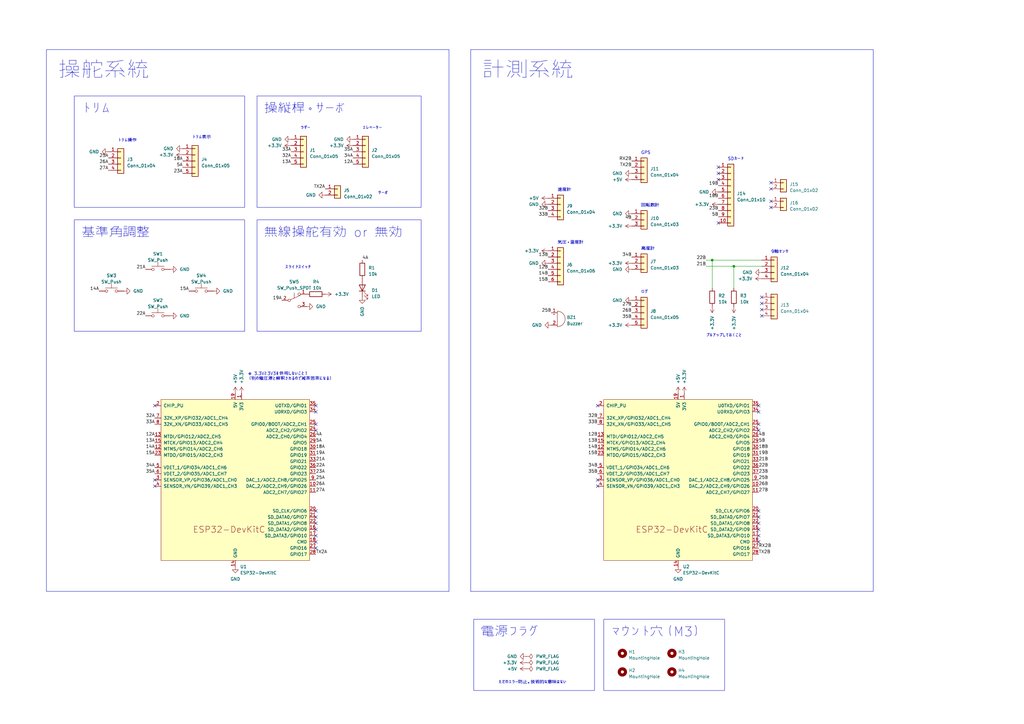
<source format=kicad_sch>
(kicad_sch (version 20230121) (generator eeschema)

  (uuid ad81eb4e-dde1-4916-bfe1-083dc68ae070)

  (paper "A3")

  (title_block
    (title "WASA2023年度電装基板")
    (rev "v1.0.0")
    (company "早稲田大学宇宙航空研究会WASA 鳥人間プロジェクト")
  )

  (lib_symbols
    (symbol "Connector_Generic:Conn_01x02" (pin_names (offset 1.016) hide) (in_bom yes) (on_board yes)
      (property "Reference" "J" (at 0 2.54 0)
        (effects (font (size 1.27 1.27)))
      )
      (property "Value" "Conn_01x02" (at 0 -5.08 0)
        (effects (font (size 1.27 1.27)))
      )
      (property "Footprint" "" (at 0 0 0)
        (effects (font (size 1.27 1.27)) hide)
      )
      (property "Datasheet" "~" (at 0 0 0)
        (effects (font (size 1.27 1.27)) hide)
      )
      (property "ki_keywords" "connector" (at 0 0 0)
        (effects (font (size 1.27 1.27)) hide)
      )
      (property "ki_description" "Generic connector, single row, 01x02, script generated (kicad-library-utils/schlib/autogen/connector/)" (at 0 0 0)
        (effects (font (size 1.27 1.27)) hide)
      )
      (property "ki_fp_filters" "Connector*:*_1x??_*" (at 0 0 0)
        (effects (font (size 1.27 1.27)) hide)
      )
      (symbol "Conn_01x02_1_1"
        (rectangle (start -1.27 -2.413) (end 0 -2.667)
          (stroke (width 0.1524) (type default))
          (fill (type none))
        )
        (rectangle (start -1.27 0.127) (end 0 -0.127)
          (stroke (width 0.1524) (type default))
          (fill (type none))
        )
        (rectangle (start -1.27 1.27) (end 1.27 -3.81)
          (stroke (width 0.254) (type default))
          (fill (type background))
        )
        (pin passive line (at -5.08 0 0) (length 3.81)
          (name "Pin_1" (effects (font (size 1.27 1.27))))
          (number "1" (effects (font (size 1.27 1.27))))
        )
        (pin passive line (at -5.08 -2.54 0) (length 3.81)
          (name "Pin_2" (effects (font (size 1.27 1.27))))
          (number "2" (effects (font (size 1.27 1.27))))
        )
      )
    )
    (symbol "Connector_Generic:Conn_01x03" (pin_names (offset 1.016) hide) (in_bom yes) (on_board yes)
      (property "Reference" "J" (at 0 5.08 0)
        (effects (font (size 1.27 1.27)))
      )
      (property "Value" "Conn_01x03" (at 0 -5.08 0)
        (effects (font (size 1.27 1.27)))
      )
      (property "Footprint" "" (at 0 0 0)
        (effects (font (size 1.27 1.27)) hide)
      )
      (property "Datasheet" "~" (at 0 0 0)
        (effects (font (size 1.27 1.27)) hide)
      )
      (property "ki_keywords" "connector" (at 0 0 0)
        (effects (font (size 1.27 1.27)) hide)
      )
      (property "ki_description" "Generic connector, single row, 01x03, script generated (kicad-library-utils/schlib/autogen/connector/)" (at 0 0 0)
        (effects (font (size 1.27 1.27)) hide)
      )
      (property "ki_fp_filters" "Connector*:*_1x??_*" (at 0 0 0)
        (effects (font (size 1.27 1.27)) hide)
      )
      (symbol "Conn_01x03_1_1"
        (rectangle (start -1.27 -2.413) (end 0 -2.667)
          (stroke (width 0.1524) (type default))
          (fill (type none))
        )
        (rectangle (start -1.27 0.127) (end 0 -0.127)
          (stroke (width 0.1524) (type default))
          (fill (type none))
        )
        (rectangle (start -1.27 2.667) (end 0 2.413)
          (stroke (width 0.1524) (type default))
          (fill (type none))
        )
        (rectangle (start -1.27 3.81) (end 1.27 -3.81)
          (stroke (width 0.254) (type default))
          (fill (type background))
        )
        (pin passive line (at -5.08 2.54 0) (length 3.81)
          (name "Pin_1" (effects (font (size 1.27 1.27))))
          (number "1" (effects (font (size 1.27 1.27))))
        )
        (pin passive line (at -5.08 0 0) (length 3.81)
          (name "Pin_2" (effects (font (size 1.27 1.27))))
          (number "2" (effects (font (size 1.27 1.27))))
        )
        (pin passive line (at -5.08 -2.54 0) (length 3.81)
          (name "Pin_3" (effects (font (size 1.27 1.27))))
          (number "3" (effects (font (size 1.27 1.27))))
        )
      )
    )
    (symbol "Connector_Generic:Conn_01x04" (pin_names (offset 1.016) hide) (in_bom yes) (on_board yes)
      (property "Reference" "J" (at 0 5.08 0)
        (effects (font (size 1.27 1.27)))
      )
      (property "Value" "Conn_01x04" (at 0 -7.62 0)
        (effects (font (size 1.27 1.27)))
      )
      (property "Footprint" "" (at 0 0 0)
        (effects (font (size 1.27 1.27)) hide)
      )
      (property "Datasheet" "~" (at 0 0 0)
        (effects (font (size 1.27 1.27)) hide)
      )
      (property "ki_keywords" "connector" (at 0 0 0)
        (effects (font (size 1.27 1.27)) hide)
      )
      (property "ki_description" "Generic connector, single row, 01x04, script generated (kicad-library-utils/schlib/autogen/connector/)" (at 0 0 0)
        (effects (font (size 1.27 1.27)) hide)
      )
      (property "ki_fp_filters" "Connector*:*_1x??_*" (at 0 0 0)
        (effects (font (size 1.27 1.27)) hide)
      )
      (symbol "Conn_01x04_1_1"
        (rectangle (start -1.27 -4.953) (end 0 -5.207)
          (stroke (width 0.1524) (type default))
          (fill (type none))
        )
        (rectangle (start -1.27 -2.413) (end 0 -2.667)
          (stroke (width 0.1524) (type default))
          (fill (type none))
        )
        (rectangle (start -1.27 0.127) (end 0 -0.127)
          (stroke (width 0.1524) (type default))
          (fill (type none))
        )
        (rectangle (start -1.27 2.667) (end 0 2.413)
          (stroke (width 0.1524) (type default))
          (fill (type none))
        )
        (rectangle (start -1.27 3.81) (end 1.27 -6.35)
          (stroke (width 0.254) (type default))
          (fill (type background))
        )
        (pin passive line (at -5.08 2.54 0) (length 3.81)
          (name "Pin_1" (effects (font (size 1.27 1.27))))
          (number "1" (effects (font (size 1.27 1.27))))
        )
        (pin passive line (at -5.08 0 0) (length 3.81)
          (name "Pin_2" (effects (font (size 1.27 1.27))))
          (number "2" (effects (font (size 1.27 1.27))))
        )
        (pin passive line (at -5.08 -2.54 0) (length 3.81)
          (name "Pin_3" (effects (font (size 1.27 1.27))))
          (number "3" (effects (font (size 1.27 1.27))))
        )
        (pin passive line (at -5.08 -5.08 0) (length 3.81)
          (name "Pin_4" (effects (font (size 1.27 1.27))))
          (number "4" (effects (font (size 1.27 1.27))))
        )
      )
    )
    (symbol "Connector_Generic:Conn_01x05" (pin_names (offset 1.016) hide) (in_bom yes) (on_board yes)
      (property "Reference" "J" (at 0 7.62 0)
        (effects (font (size 1.27 1.27)))
      )
      (property "Value" "Conn_01x05" (at 0 -7.62 0)
        (effects (font (size 1.27 1.27)))
      )
      (property "Footprint" "" (at 0 0 0)
        (effects (font (size 1.27 1.27)) hide)
      )
      (property "Datasheet" "~" (at 0 0 0)
        (effects (font (size 1.27 1.27)) hide)
      )
      (property "ki_keywords" "connector" (at 0 0 0)
        (effects (font (size 1.27 1.27)) hide)
      )
      (property "ki_description" "Generic connector, single row, 01x05, script generated (kicad-library-utils/schlib/autogen/connector/)" (at 0 0 0)
        (effects (font (size 1.27 1.27)) hide)
      )
      (property "ki_fp_filters" "Connector*:*_1x??_*" (at 0 0 0)
        (effects (font (size 1.27 1.27)) hide)
      )
      (symbol "Conn_01x05_1_1"
        (rectangle (start -1.27 -4.953) (end 0 -5.207)
          (stroke (width 0.1524) (type default))
          (fill (type none))
        )
        (rectangle (start -1.27 -2.413) (end 0 -2.667)
          (stroke (width 0.1524) (type default))
          (fill (type none))
        )
        (rectangle (start -1.27 0.127) (end 0 -0.127)
          (stroke (width 0.1524) (type default))
          (fill (type none))
        )
        (rectangle (start -1.27 2.667) (end 0 2.413)
          (stroke (width 0.1524) (type default))
          (fill (type none))
        )
        (rectangle (start -1.27 5.207) (end 0 4.953)
          (stroke (width 0.1524) (type default))
          (fill (type none))
        )
        (rectangle (start -1.27 6.35) (end 1.27 -6.35)
          (stroke (width 0.254) (type default))
          (fill (type background))
        )
        (pin passive line (at -5.08 5.08 0) (length 3.81)
          (name "Pin_1" (effects (font (size 1.27 1.27))))
          (number "1" (effects (font (size 1.27 1.27))))
        )
        (pin passive line (at -5.08 2.54 0) (length 3.81)
          (name "Pin_2" (effects (font (size 1.27 1.27))))
          (number "2" (effects (font (size 1.27 1.27))))
        )
        (pin passive line (at -5.08 0 0) (length 3.81)
          (name "Pin_3" (effects (font (size 1.27 1.27))))
          (number "3" (effects (font (size 1.27 1.27))))
        )
        (pin passive line (at -5.08 -2.54 0) (length 3.81)
          (name "Pin_4" (effects (font (size 1.27 1.27))))
          (number "4" (effects (font (size 1.27 1.27))))
        )
        (pin passive line (at -5.08 -5.08 0) (length 3.81)
          (name "Pin_5" (effects (font (size 1.27 1.27))))
          (number "5" (effects (font (size 1.27 1.27))))
        )
      )
    )
    (symbol "Connector_Generic:Conn_01x06" (pin_names (offset 1.016) hide) (in_bom yes) (on_board yes)
      (property "Reference" "J" (at 0 7.62 0)
        (effects (font (size 1.27 1.27)))
      )
      (property "Value" "Conn_01x06" (at 0 -10.16 0)
        (effects (font (size 1.27 1.27)))
      )
      (property "Footprint" "" (at 0 0 0)
        (effects (font (size 1.27 1.27)) hide)
      )
      (property "Datasheet" "~" (at 0 0 0)
        (effects (font (size 1.27 1.27)) hide)
      )
      (property "ki_keywords" "connector" (at 0 0 0)
        (effects (font (size 1.27 1.27)) hide)
      )
      (property "ki_description" "Generic connector, single row, 01x06, script generated (kicad-library-utils/schlib/autogen/connector/)" (at 0 0 0)
        (effects (font (size 1.27 1.27)) hide)
      )
      (property "ki_fp_filters" "Connector*:*_1x??_*" (at 0 0 0)
        (effects (font (size 1.27 1.27)) hide)
      )
      (symbol "Conn_01x06_1_1"
        (rectangle (start -1.27 -7.493) (end 0 -7.747)
          (stroke (width 0.1524) (type default))
          (fill (type none))
        )
        (rectangle (start -1.27 -4.953) (end 0 -5.207)
          (stroke (width 0.1524) (type default))
          (fill (type none))
        )
        (rectangle (start -1.27 -2.413) (end 0 -2.667)
          (stroke (width 0.1524) (type default))
          (fill (type none))
        )
        (rectangle (start -1.27 0.127) (end 0 -0.127)
          (stroke (width 0.1524) (type default))
          (fill (type none))
        )
        (rectangle (start -1.27 2.667) (end 0 2.413)
          (stroke (width 0.1524) (type default))
          (fill (type none))
        )
        (rectangle (start -1.27 5.207) (end 0 4.953)
          (stroke (width 0.1524) (type default))
          (fill (type none))
        )
        (rectangle (start -1.27 6.35) (end 1.27 -8.89)
          (stroke (width 0.254) (type default))
          (fill (type background))
        )
        (pin passive line (at -5.08 5.08 0) (length 3.81)
          (name "Pin_1" (effects (font (size 1.27 1.27))))
          (number "1" (effects (font (size 1.27 1.27))))
        )
        (pin passive line (at -5.08 2.54 0) (length 3.81)
          (name "Pin_2" (effects (font (size 1.27 1.27))))
          (number "2" (effects (font (size 1.27 1.27))))
        )
        (pin passive line (at -5.08 0 0) (length 3.81)
          (name "Pin_3" (effects (font (size 1.27 1.27))))
          (number "3" (effects (font (size 1.27 1.27))))
        )
        (pin passive line (at -5.08 -2.54 0) (length 3.81)
          (name "Pin_4" (effects (font (size 1.27 1.27))))
          (number "4" (effects (font (size 1.27 1.27))))
        )
        (pin passive line (at -5.08 -5.08 0) (length 3.81)
          (name "Pin_5" (effects (font (size 1.27 1.27))))
          (number "5" (effects (font (size 1.27 1.27))))
        )
        (pin passive line (at -5.08 -7.62 0) (length 3.81)
          (name "Pin_6" (effects (font (size 1.27 1.27))))
          (number "6" (effects (font (size 1.27 1.27))))
        )
      )
    )
    (symbol "Connector_Generic:Conn_01x10" (pin_names (offset 1.016) hide) (in_bom yes) (on_board yes)
      (property "Reference" "J" (at 0 12.7 0)
        (effects (font (size 1.27 1.27)))
      )
      (property "Value" "Conn_01x10" (at 0 -15.24 0)
        (effects (font (size 1.27 1.27)))
      )
      (property "Footprint" "" (at 0 0 0)
        (effects (font (size 1.27 1.27)) hide)
      )
      (property "Datasheet" "~" (at 0 0 0)
        (effects (font (size 1.27 1.27)) hide)
      )
      (property "ki_keywords" "connector" (at 0 0 0)
        (effects (font (size 1.27 1.27)) hide)
      )
      (property "ki_description" "Generic connector, single row, 01x10, script generated (kicad-library-utils/schlib/autogen/connector/)" (at 0 0 0)
        (effects (font (size 1.27 1.27)) hide)
      )
      (property "ki_fp_filters" "Connector*:*_1x??_*" (at 0 0 0)
        (effects (font (size 1.27 1.27)) hide)
      )
      (symbol "Conn_01x10_1_1"
        (rectangle (start -1.27 -12.573) (end 0 -12.827)
          (stroke (width 0.1524) (type default))
          (fill (type none))
        )
        (rectangle (start -1.27 -10.033) (end 0 -10.287)
          (stroke (width 0.1524) (type default))
          (fill (type none))
        )
        (rectangle (start -1.27 -7.493) (end 0 -7.747)
          (stroke (width 0.1524) (type default))
          (fill (type none))
        )
        (rectangle (start -1.27 -4.953) (end 0 -5.207)
          (stroke (width 0.1524) (type default))
          (fill (type none))
        )
        (rectangle (start -1.27 -2.413) (end 0 -2.667)
          (stroke (width 0.1524) (type default))
          (fill (type none))
        )
        (rectangle (start -1.27 0.127) (end 0 -0.127)
          (stroke (width 0.1524) (type default))
          (fill (type none))
        )
        (rectangle (start -1.27 2.667) (end 0 2.413)
          (stroke (width 0.1524) (type default))
          (fill (type none))
        )
        (rectangle (start -1.27 5.207) (end 0 4.953)
          (stroke (width 0.1524) (type default))
          (fill (type none))
        )
        (rectangle (start -1.27 7.747) (end 0 7.493)
          (stroke (width 0.1524) (type default))
          (fill (type none))
        )
        (rectangle (start -1.27 10.287) (end 0 10.033)
          (stroke (width 0.1524) (type default))
          (fill (type none))
        )
        (rectangle (start -1.27 11.43) (end 1.27 -13.97)
          (stroke (width 0.254) (type default))
          (fill (type background))
        )
        (pin passive line (at -5.08 10.16 0) (length 3.81)
          (name "Pin_1" (effects (font (size 1.27 1.27))))
          (number "1" (effects (font (size 1.27 1.27))))
        )
        (pin passive line (at -5.08 -12.7 0) (length 3.81)
          (name "Pin_10" (effects (font (size 1.27 1.27))))
          (number "10" (effects (font (size 1.27 1.27))))
        )
        (pin passive line (at -5.08 7.62 0) (length 3.81)
          (name "Pin_2" (effects (font (size 1.27 1.27))))
          (number "2" (effects (font (size 1.27 1.27))))
        )
        (pin passive line (at -5.08 5.08 0) (length 3.81)
          (name "Pin_3" (effects (font (size 1.27 1.27))))
          (number "3" (effects (font (size 1.27 1.27))))
        )
        (pin passive line (at -5.08 2.54 0) (length 3.81)
          (name "Pin_4" (effects (font (size 1.27 1.27))))
          (number "4" (effects (font (size 1.27 1.27))))
        )
        (pin passive line (at -5.08 0 0) (length 3.81)
          (name "Pin_5" (effects (font (size 1.27 1.27))))
          (number "5" (effects (font (size 1.27 1.27))))
        )
        (pin passive line (at -5.08 -2.54 0) (length 3.81)
          (name "Pin_6" (effects (font (size 1.27 1.27))))
          (number "6" (effects (font (size 1.27 1.27))))
        )
        (pin passive line (at -5.08 -5.08 0) (length 3.81)
          (name "Pin_7" (effects (font (size 1.27 1.27))))
          (number "7" (effects (font (size 1.27 1.27))))
        )
        (pin passive line (at -5.08 -7.62 0) (length 3.81)
          (name "Pin_8" (effects (font (size 1.27 1.27))))
          (number "8" (effects (font (size 1.27 1.27))))
        )
        (pin passive line (at -5.08 -10.16 0) (length 3.81)
          (name "Pin_9" (effects (font (size 1.27 1.27))))
          (number "9" (effects (font (size 1.27 1.27))))
        )
      )
    )
    (symbol "Device:Buzzer" (pin_names (offset 0.0254) hide) (in_bom yes) (on_board yes)
      (property "Reference" "BZ" (at 3.81 1.27 0)
        (effects (font (size 1.27 1.27)) (justify left))
      )
      (property "Value" "Buzzer" (at 3.81 -1.27 0)
        (effects (font (size 1.27 1.27)) (justify left))
      )
      (property "Footprint" "" (at -0.635 2.54 90)
        (effects (font (size 1.27 1.27)) hide)
      )
      (property "Datasheet" "~" (at -0.635 2.54 90)
        (effects (font (size 1.27 1.27)) hide)
      )
      (property "ki_keywords" "quartz resonator ceramic" (at 0 0 0)
        (effects (font (size 1.27 1.27)) hide)
      )
      (property "ki_description" "Buzzer, polarized" (at 0 0 0)
        (effects (font (size 1.27 1.27)) hide)
      )
      (property "ki_fp_filters" "*Buzzer*" (at 0 0 0)
        (effects (font (size 1.27 1.27)) hide)
      )
      (symbol "Buzzer_0_1"
        (arc (start 0 -3.175) (mid 3.1612 0) (end 0 3.175)
          (stroke (width 0) (type default))
          (fill (type none))
        )
        (polyline
          (pts
            (xy -1.651 1.905)
            (xy -1.143 1.905)
          )
          (stroke (width 0) (type default))
          (fill (type none))
        )
        (polyline
          (pts
            (xy -1.397 2.159)
            (xy -1.397 1.651)
          )
          (stroke (width 0) (type default))
          (fill (type none))
        )
        (polyline
          (pts
            (xy 0 3.175)
            (xy 0 -3.175)
          )
          (stroke (width 0) (type default))
          (fill (type none))
        )
      )
      (symbol "Buzzer_1_1"
        (pin passive line (at -2.54 2.54 0) (length 2.54)
          (name "-" (effects (font (size 1.27 1.27))))
          (number "1" (effects (font (size 1.27 1.27))))
        )
        (pin passive line (at -2.54 -2.54 0) (length 2.54)
          (name "+" (effects (font (size 1.27 1.27))))
          (number "2" (effects (font (size 1.27 1.27))))
        )
      )
    )
    (symbol "Device:LED" (pin_numbers hide) (pin_names (offset 1.016) hide) (in_bom yes) (on_board yes)
      (property "Reference" "D" (at 0 2.54 0)
        (effects (font (size 1.27 1.27)))
      )
      (property "Value" "LED" (at 0 -2.54 0)
        (effects (font (size 1.27 1.27)))
      )
      (property "Footprint" "" (at 0 0 0)
        (effects (font (size 1.27 1.27)) hide)
      )
      (property "Datasheet" "~" (at 0 0 0)
        (effects (font (size 1.27 1.27)) hide)
      )
      (property "ki_keywords" "LED diode" (at 0 0 0)
        (effects (font (size 1.27 1.27)) hide)
      )
      (property "ki_description" "Light emitting diode" (at 0 0 0)
        (effects (font (size 1.27 1.27)) hide)
      )
      (property "ki_fp_filters" "LED* LED_SMD:* LED_THT:*" (at 0 0 0)
        (effects (font (size 1.27 1.27)) hide)
      )
      (symbol "LED_0_1"
        (polyline
          (pts
            (xy -1.27 -1.27)
            (xy -1.27 1.27)
          )
          (stroke (width 0.254) (type default))
          (fill (type none))
        )
        (polyline
          (pts
            (xy -1.27 0)
            (xy 1.27 0)
          )
          (stroke (width 0) (type default))
          (fill (type none))
        )
        (polyline
          (pts
            (xy 1.27 -1.27)
            (xy 1.27 1.27)
            (xy -1.27 0)
            (xy 1.27 -1.27)
          )
          (stroke (width 0.254) (type default))
          (fill (type none))
        )
        (polyline
          (pts
            (xy -3.048 -0.762)
            (xy -4.572 -2.286)
            (xy -3.81 -2.286)
            (xy -4.572 -2.286)
            (xy -4.572 -1.524)
          )
          (stroke (width 0) (type default))
          (fill (type none))
        )
        (polyline
          (pts
            (xy -1.778 -0.762)
            (xy -3.302 -2.286)
            (xy -2.54 -2.286)
            (xy -3.302 -2.286)
            (xy -3.302 -1.524)
          )
          (stroke (width 0) (type default))
          (fill (type none))
        )
      )
      (symbol "LED_1_1"
        (pin passive line (at -3.81 0 0) (length 2.54)
          (name "K" (effects (font (size 1.27 1.27))))
          (number "1" (effects (font (size 1.27 1.27))))
        )
        (pin passive line (at 3.81 0 180) (length 2.54)
          (name "A" (effects (font (size 1.27 1.27))))
          (number "2" (effects (font (size 1.27 1.27))))
        )
      )
    )
    (symbol "Device:R" (pin_numbers hide) (pin_names (offset 0)) (in_bom yes) (on_board yes)
      (property "Reference" "R" (at 2.032 0 90)
        (effects (font (size 1.27 1.27)))
      )
      (property "Value" "R" (at 0 0 90)
        (effects (font (size 1.27 1.27)))
      )
      (property "Footprint" "" (at -1.778 0 90)
        (effects (font (size 1.27 1.27)) hide)
      )
      (property "Datasheet" "~" (at 0 0 0)
        (effects (font (size 1.27 1.27)) hide)
      )
      (property "ki_keywords" "R res resistor" (at 0 0 0)
        (effects (font (size 1.27 1.27)) hide)
      )
      (property "ki_description" "Resistor" (at 0 0 0)
        (effects (font (size 1.27 1.27)) hide)
      )
      (property "ki_fp_filters" "R_*" (at 0 0 0)
        (effects (font (size 1.27 1.27)) hide)
      )
      (symbol "R_0_1"
        (rectangle (start -1.016 -2.54) (end 1.016 2.54)
          (stroke (width 0.254) (type default))
          (fill (type none))
        )
      )
      (symbol "R_1_1"
        (pin passive line (at 0 3.81 270) (length 1.27)
          (name "~" (effects (font (size 1.27 1.27))))
          (number "1" (effects (font (size 1.27 1.27))))
        )
        (pin passive line (at 0 -3.81 90) (length 1.27)
          (name "~" (effects (font (size 1.27 1.27))))
          (number "2" (effects (font (size 1.27 1.27))))
        )
      )
    )
    (symbol "Mechanical:MountingHole" (pin_names (offset 1.016)) (in_bom yes) (on_board yes)
      (property "Reference" "H" (at 0 5.08 0)
        (effects (font (size 1.27 1.27)))
      )
      (property "Value" "MountingHole" (at 0 3.175 0)
        (effects (font (size 1.27 1.27)))
      )
      (property "Footprint" "" (at 0 0 0)
        (effects (font (size 1.27 1.27)) hide)
      )
      (property "Datasheet" "~" (at 0 0 0)
        (effects (font (size 1.27 1.27)) hide)
      )
      (property "ki_keywords" "mounting hole" (at 0 0 0)
        (effects (font (size 1.27 1.27)) hide)
      )
      (property "ki_description" "Mounting Hole without connection" (at 0 0 0)
        (effects (font (size 1.27 1.27)) hide)
      )
      (property "ki_fp_filters" "MountingHole*" (at 0 0 0)
        (effects (font (size 1.27 1.27)) hide)
      )
      (symbol "MountingHole_0_1"
        (circle (center 0 0) (radius 1.27)
          (stroke (width 1.27) (type default))
          (fill (type none))
        )
      )
    )
    (symbol "PCM_Espressif:ESP32-DevKitC" (pin_names (offset 1.016)) (in_bom yes) (on_board yes)
      (property "Reference" "U" (at -30.48 38.1 0)
        (effects (font (size 1.27 1.27)) (justify left))
      )
      (property "Value" "ESP32-DevKitC" (at -30.48 35.56 0)
        (effects (font (size 1.27 1.27)) (justify left))
      )
      (property "Footprint" "Espressif:ESP32-DevKitC" (at 0 -43.18 0)
        (effects (font (size 1.27 1.27)) hide)
      )
      (property "Datasheet" "https://docs.espressif.com/projects/esp-idf/zh_CN/latest/esp32/hw-reference/esp32/get-started-devkitc.html" (at 0 -45.72 0)
        (effects (font (size 1.27 1.27)) hide)
      )
      (property "ki_keywords" "ESP32" (at 0 0 0)
        (effects (font (size 1.27 1.27)) hide)
      )
      (property "ki_description" "Development Kit" (at 0 0 0)
        (effects (font (size 1.27 1.27)) hide)
      )
      (symbol "ESP32-DevKitC_0_0"
        (text "ESP32-DevKitC" (at -2.54 -20.32 0)
          (effects (font (size 2.54 2.54)))
        )
        (pin power_in line (at 0 -35.56 90) (length 2.54)
          (name "GND" (effects (font (size 1.27 1.27))))
          (number "14" (effects (font (size 1.27 1.27))))
        )
        (pin power_in line (at 0 35.56 270) (length 2.54)
          (name "5V" (effects (font (size 1.27 1.27))))
          (number "19" (effects (font (size 1.27 1.27))))
        )
      )
      (symbol "ESP32-DevKitC_0_1"
        (rectangle (start -30.48 33.02) (end 30.48 -33.02)
          (stroke (width 0) (type default))
          (fill (type background))
        )
      )
      (symbol "ESP32-DevKitC_1_1"
        (pin power_in line (at 2.54 35.56 270) (length 2.54)
          (name "3V3" (effects (font (size 1.27 1.27))))
          (number "1" (effects (font (size 1.27 1.27))))
        )
        (pin bidirectional line (at 33.02 -2.54 180) (length 2.54)
          (name "DAC_2/ADC2_CH9/GPIO26" (effects (font (size 1.27 1.27))))
          (number "10" (effects (font (size 1.27 1.27))))
        )
        (pin bidirectional line (at 33.02 -5.08 180) (length 2.54)
          (name "ADC2_CH7/GPIO27" (effects (font (size 1.27 1.27))))
          (number "11" (effects (font (size 1.27 1.27))))
        )
        (pin bidirectional line (at -33.02 12.7 0) (length 2.54)
          (name "MTMS/GPIO14/ADC2_CH6" (effects (font (size 1.27 1.27))))
          (number "12" (effects (font (size 1.27 1.27))))
        )
        (pin bidirectional line (at -33.02 17.78 0) (length 2.54)
          (name "MTDI/GPIO12/ADC2_CH5" (effects (font (size 1.27 1.27))))
          (number "13" (effects (font (size 1.27 1.27))))
        )
        (pin bidirectional line (at -33.02 15.24 0) (length 2.54)
          (name "MTCK/GPIO13/ADC2_CH4" (effects (font (size 1.27 1.27))))
          (number "15" (effects (font (size 1.27 1.27))))
        )
        (pin bidirectional line (at 33.02 -20.32 180) (length 2.54)
          (name "SD_DATA2/GPIO9" (effects (font (size 1.27 1.27))))
          (number "16" (effects (font (size 1.27 1.27))))
        )
        (pin bidirectional line (at 33.02 -22.86 180) (length 2.54)
          (name "SD_DATA3/GPIO10" (effects (font (size 1.27 1.27))))
          (number "17" (effects (font (size 1.27 1.27))))
        )
        (pin bidirectional line (at 33.02 -25.4 180) (length 2.54)
          (name "CMD" (effects (font (size 1.27 1.27))))
          (number "18" (effects (font (size 1.27 1.27))))
        )
        (pin input line (at -33.02 30.48 0) (length 2.54)
          (name "CHIP_PU" (effects (font (size 1.27 1.27))))
          (number "2" (effects (font (size 1.27 1.27))))
        )
        (pin bidirectional line (at 33.02 -12.7 180) (length 2.54)
          (name "SD_CLK/GPIO6" (effects (font (size 1.27 1.27))))
          (number "20" (effects (font (size 1.27 1.27))))
        )
        (pin bidirectional line (at 33.02 -15.24 180) (length 2.54)
          (name "SD_DATA0/GPIO7" (effects (font (size 1.27 1.27))))
          (number "21" (effects (font (size 1.27 1.27))))
        )
        (pin bidirectional line (at 33.02 -17.78 180) (length 2.54)
          (name "SD_DATA1/GPIO8" (effects (font (size 1.27 1.27))))
          (number "22" (effects (font (size 1.27 1.27))))
        )
        (pin bidirectional line (at -33.02 10.16 0) (length 2.54)
          (name "MTDO/GPIO15/ADC2_CH3" (effects (font (size 1.27 1.27))))
          (number "23" (effects (font (size 1.27 1.27))))
        )
        (pin bidirectional line (at 33.02 20.32 180) (length 2.54)
          (name "ADC2_CH2/GPIO2" (effects (font (size 1.27 1.27))))
          (number "24" (effects (font (size 1.27 1.27))))
        )
        (pin bidirectional line (at 33.02 22.86 180) (length 2.54)
          (name "GPIO0/BOOT/ADC2_CH1" (effects (font (size 1.27 1.27))))
          (number "25" (effects (font (size 1.27 1.27))))
        )
        (pin bidirectional line (at 33.02 17.78 180) (length 2.54)
          (name "ADC2_CH0/GPIO4" (effects (font (size 1.27 1.27))))
          (number "26" (effects (font (size 1.27 1.27))))
        )
        (pin bidirectional line (at 33.02 -27.94 180) (length 2.54)
          (name "GPIO16" (effects (font (size 1.27 1.27))))
          (number "27" (effects (font (size 1.27 1.27))))
        )
        (pin bidirectional line (at 33.02 -30.48 180) (length 2.54)
          (name "GPIO17" (effects (font (size 1.27 1.27))))
          (number "28" (effects (font (size 1.27 1.27))))
        )
        (pin bidirectional line (at 33.02 15.24 180) (length 2.54)
          (name "GPIO5" (effects (font (size 1.27 1.27))))
          (number "29" (effects (font (size 1.27 1.27))))
        )
        (pin input line (at -33.02 0 0) (length 2.54)
          (name "SENSOR_VP/GPIO36/ADC1_CH0" (effects (font (size 1.27 1.27))))
          (number "3" (effects (font (size 1.27 1.27))))
        )
        (pin bidirectional line (at 33.02 12.7 180) (length 2.54)
          (name "GPIO18" (effects (font (size 1.27 1.27))))
          (number "30" (effects (font (size 1.27 1.27))))
        )
        (pin bidirectional line (at 33.02 10.16 180) (length 2.54)
          (name "GPIO19" (effects (font (size 1.27 1.27))))
          (number "31" (effects (font (size 1.27 1.27))))
        )
        (pin passive line (at 0 -35.56 90) (length 2.54) hide
          (name "GND" (effects (font (size 1.27 1.27))))
          (number "32" (effects (font (size 1.27 1.27))))
        )
        (pin bidirectional line (at 33.02 7.62 180) (length 2.54)
          (name "GPIO21" (effects (font (size 1.27 1.27))))
          (number "33" (effects (font (size 1.27 1.27))))
        )
        (pin bidirectional line (at 33.02 27.94 180) (length 2.54)
          (name "U0RXD/GPIO3" (effects (font (size 1.27 1.27))))
          (number "34" (effects (font (size 1.27 1.27))))
        )
        (pin bidirectional line (at 33.02 30.48 180) (length 2.54)
          (name "U0TXD/GPIO1" (effects (font (size 1.27 1.27))))
          (number "35" (effects (font (size 1.27 1.27))))
        )
        (pin bidirectional line (at 33.02 5.08 180) (length 2.54)
          (name "GPIO22" (effects (font (size 1.27 1.27))))
          (number "36" (effects (font (size 1.27 1.27))))
        )
        (pin bidirectional line (at 33.02 2.54 180) (length 2.54)
          (name "GPIO23" (effects (font (size 1.27 1.27))))
          (number "37" (effects (font (size 1.27 1.27))))
        )
        (pin passive line (at 0 -35.56 90) (length 2.54) hide
          (name "GND" (effects (font (size 1.27 1.27))))
          (number "38" (effects (font (size 1.27 1.27))))
        )
        (pin input line (at -33.02 -2.54 0) (length 2.54)
          (name "SENSOR_VN/GPIO39/ADC1_CH3" (effects (font (size 1.27 1.27))))
          (number "4" (effects (font (size 1.27 1.27))))
        )
        (pin input line (at -33.02 5.08 0) (length 2.54)
          (name "VDET_1/GPIO34/ADC1_CH6" (effects (font (size 1.27 1.27))))
          (number "5" (effects (font (size 1.27 1.27))))
        )
        (pin input line (at -33.02 2.54 0) (length 2.54)
          (name "VDET_2/GPIO35/ADC1_CH7" (effects (font (size 1.27 1.27))))
          (number "6" (effects (font (size 1.27 1.27))))
        )
        (pin bidirectional line (at -33.02 25.4 0) (length 2.54)
          (name "32K_XP/GPIO32/ADC1_CH4" (effects (font (size 1.27 1.27))))
          (number "7" (effects (font (size 1.27 1.27))))
        )
        (pin bidirectional line (at -33.02 22.86 0) (length 2.54)
          (name "32K_XN/GPIO33/ADC1_CH5" (effects (font (size 1.27 1.27))))
          (number "8" (effects (font (size 1.27 1.27))))
        )
        (pin bidirectional line (at 33.02 0 180) (length 2.54)
          (name "DAC_1/ADC2_CH8/GPIO25" (effects (font (size 1.27 1.27))))
          (number "9" (effects (font (size 1.27 1.27))))
        )
      )
    )
    (symbol "Switch:SW_Push" (pin_numbers hide) (pin_names (offset 1.016) hide) (in_bom yes) (on_board yes)
      (property "Reference" "SW" (at 1.27 2.54 0)
        (effects (font (size 1.27 1.27)) (justify left))
      )
      (property "Value" "SW_Push" (at 0 -1.524 0)
        (effects (font (size 1.27 1.27)))
      )
      (property "Footprint" "" (at 0 5.08 0)
        (effects (font (size 1.27 1.27)) hide)
      )
      (property "Datasheet" "~" (at 0 5.08 0)
        (effects (font (size 1.27 1.27)) hide)
      )
      (property "ki_keywords" "switch normally-open pushbutton push-button" (at 0 0 0)
        (effects (font (size 1.27 1.27)) hide)
      )
      (property "ki_description" "Push button switch, generic, two pins" (at 0 0 0)
        (effects (font (size 1.27 1.27)) hide)
      )
      (symbol "SW_Push_0_1"
        (circle (center -2.032 0) (radius 0.508)
          (stroke (width 0) (type default))
          (fill (type none))
        )
        (polyline
          (pts
            (xy 0 1.27)
            (xy 0 3.048)
          )
          (stroke (width 0) (type default))
          (fill (type none))
        )
        (polyline
          (pts
            (xy 2.54 1.27)
            (xy -2.54 1.27)
          )
          (stroke (width 0) (type default))
          (fill (type none))
        )
        (circle (center 2.032 0) (radius 0.508)
          (stroke (width 0) (type default))
          (fill (type none))
        )
        (pin passive line (at -5.08 0 0) (length 2.54)
          (name "1" (effects (font (size 1.27 1.27))))
          (number "1" (effects (font (size 1.27 1.27))))
        )
        (pin passive line (at 5.08 0 180) (length 2.54)
          (name "2" (effects (font (size 1.27 1.27))))
          (number "2" (effects (font (size 1.27 1.27))))
        )
      )
    )
    (symbol "Switch:SW_Push_SPDT" (pin_names (offset 0) hide) (in_bom yes) (on_board yes)
      (property "Reference" "SW" (at 0 4.318 0)
        (effects (font (size 1.27 1.27)))
      )
      (property "Value" "SW_Push_SPDT" (at 0 -5.08 0)
        (effects (font (size 1.27 1.27)))
      )
      (property "Footprint" "" (at 0 0 0)
        (effects (font (size 1.27 1.27)) hide)
      )
      (property "Datasheet" "~" (at 0 0 0)
        (effects (font (size 1.27 1.27)) hide)
      )
      (property "ki_keywords" "switch single-pole double-throw spdt ON-ON" (at 0 0 0)
        (effects (font (size 1.27 1.27)) hide)
      )
      (property "ki_description" "Momentary Switch, single pole double throw" (at 0 0 0)
        (effects (font (size 1.27 1.27)) hide)
      )
      (symbol "SW_Push_SPDT_0_0"
        (circle (center -2.032 0) (radius 0.508)
          (stroke (width 0) (type default))
          (fill (type none))
        )
        (polyline
          (pts
            (xy 0 1.016)
            (xy 0 3.048)
          )
          (stroke (width 0) (type default))
          (fill (type none))
        )
        (circle (center 2.032 -2.54) (radius 0.508)
          (stroke (width 0) (type default))
          (fill (type none))
        )
      )
      (symbol "SW_Push_SPDT_0_1"
        (polyline
          (pts
            (xy -1.524 0.254)
            (xy 2.54 2.032)
          )
          (stroke (width 0) (type default))
          (fill (type none))
        )
        (circle (center 2.032 2.54) (radius 0.508)
          (stroke (width 0) (type default))
          (fill (type none))
        )
      )
      (symbol "SW_Push_SPDT_1_1"
        (pin passive line (at 5.08 2.54 180) (length 2.54)
          (name "A" (effects (font (size 1.27 1.27))))
          (number "1" (effects (font (size 1.27 1.27))))
        )
        (pin passive line (at -5.08 0 0) (length 2.54)
          (name "B" (effects (font (size 1.27 1.27))))
          (number "2" (effects (font (size 1.27 1.27))))
        )
        (pin passive line (at 5.08 -2.54 180) (length 2.54)
          (name "C" (effects (font (size 1.27 1.27))))
          (number "3" (effects (font (size 1.27 1.27))))
        )
      )
    )
    (symbol "power:+3.3V" (power) (pin_names (offset 0)) (in_bom yes) (on_board yes)
      (property "Reference" "#PWR" (at 0 -3.81 0)
        (effects (font (size 1.27 1.27)) hide)
      )
      (property "Value" "+3.3V" (at 0 3.556 0)
        (effects (font (size 1.27 1.27)))
      )
      (property "Footprint" "" (at 0 0 0)
        (effects (font (size 1.27 1.27)) hide)
      )
      (property "Datasheet" "" (at 0 0 0)
        (effects (font (size 1.27 1.27)) hide)
      )
      (property "ki_keywords" "global power" (at 0 0 0)
        (effects (font (size 1.27 1.27)) hide)
      )
      (property "ki_description" "Power symbol creates a global label with name \"+3.3V\"" (at 0 0 0)
        (effects (font (size 1.27 1.27)) hide)
      )
      (symbol "+3.3V_0_1"
        (polyline
          (pts
            (xy -0.762 1.27)
            (xy 0 2.54)
          )
          (stroke (width 0) (type default))
          (fill (type none))
        )
        (polyline
          (pts
            (xy 0 0)
            (xy 0 2.54)
          )
          (stroke (width 0) (type default))
          (fill (type none))
        )
        (polyline
          (pts
            (xy 0 2.54)
            (xy 0.762 1.27)
          )
          (stroke (width 0) (type default))
          (fill (type none))
        )
      )
      (symbol "+3.3V_1_1"
        (pin power_in line (at 0 0 90) (length 0) hide
          (name "+3.3V" (effects (font (size 1.27 1.27))))
          (number "1" (effects (font (size 1.27 1.27))))
        )
      )
    )
    (symbol "power:+5V" (power) (pin_names (offset 0)) (in_bom yes) (on_board yes)
      (property "Reference" "#PWR" (at 0 -3.81 0)
        (effects (font (size 1.27 1.27)) hide)
      )
      (property "Value" "+5V" (at 0 3.556 0)
        (effects (font (size 1.27 1.27)))
      )
      (property "Footprint" "" (at 0 0 0)
        (effects (font (size 1.27 1.27)) hide)
      )
      (property "Datasheet" "" (at 0 0 0)
        (effects (font (size 1.27 1.27)) hide)
      )
      (property "ki_keywords" "global power" (at 0 0 0)
        (effects (font (size 1.27 1.27)) hide)
      )
      (property "ki_description" "Power symbol creates a global label with name \"+5V\"" (at 0 0 0)
        (effects (font (size 1.27 1.27)) hide)
      )
      (symbol "+5V_0_1"
        (polyline
          (pts
            (xy -0.762 1.27)
            (xy 0 2.54)
          )
          (stroke (width 0) (type default))
          (fill (type none))
        )
        (polyline
          (pts
            (xy 0 0)
            (xy 0 2.54)
          )
          (stroke (width 0) (type default))
          (fill (type none))
        )
        (polyline
          (pts
            (xy 0 2.54)
            (xy 0.762 1.27)
          )
          (stroke (width 0) (type default))
          (fill (type none))
        )
      )
      (symbol "+5V_1_1"
        (pin power_in line (at 0 0 90) (length 0) hide
          (name "+5V" (effects (font (size 1.27 1.27))))
          (number "1" (effects (font (size 1.27 1.27))))
        )
      )
    )
    (symbol "power:GND" (power) (pin_names (offset 0)) (in_bom yes) (on_board yes)
      (property "Reference" "#PWR" (at 0 -6.35 0)
        (effects (font (size 1.27 1.27)) hide)
      )
      (property "Value" "GND" (at 0 -3.81 0)
        (effects (font (size 1.27 1.27)))
      )
      (property "Footprint" "" (at 0 0 0)
        (effects (font (size 1.27 1.27)) hide)
      )
      (property "Datasheet" "" (at 0 0 0)
        (effects (font (size 1.27 1.27)) hide)
      )
      (property "ki_keywords" "global power" (at 0 0 0)
        (effects (font (size 1.27 1.27)) hide)
      )
      (property "ki_description" "Power symbol creates a global label with name \"GND\" , ground" (at 0 0 0)
        (effects (font (size 1.27 1.27)) hide)
      )
      (symbol "GND_0_1"
        (polyline
          (pts
            (xy 0 0)
            (xy 0 -1.27)
            (xy 1.27 -1.27)
            (xy 0 -2.54)
            (xy -1.27 -1.27)
            (xy 0 -1.27)
          )
          (stroke (width 0) (type default))
          (fill (type none))
        )
      )
      (symbol "GND_1_1"
        (pin power_in line (at 0 0 270) (length 0) hide
          (name "GND" (effects (font (size 1.27 1.27))))
          (number "1" (effects (font (size 1.27 1.27))))
        )
      )
    )
    (symbol "power:PWR_FLAG" (power) (pin_numbers hide) (pin_names (offset 0) hide) (in_bom yes) (on_board yes)
      (property "Reference" "#FLG" (at 0 1.905 0)
        (effects (font (size 1.27 1.27)) hide)
      )
      (property "Value" "PWR_FLAG" (at 0 3.81 0)
        (effects (font (size 1.27 1.27)))
      )
      (property "Footprint" "" (at 0 0 0)
        (effects (font (size 1.27 1.27)) hide)
      )
      (property "Datasheet" "~" (at 0 0 0)
        (effects (font (size 1.27 1.27)) hide)
      )
      (property "ki_keywords" "flag power" (at 0 0 0)
        (effects (font (size 1.27 1.27)) hide)
      )
      (property "ki_description" "Special symbol for telling ERC where power comes from" (at 0 0 0)
        (effects (font (size 1.27 1.27)) hide)
      )
      (symbol "PWR_FLAG_0_0"
        (pin power_out line (at 0 0 90) (length 0)
          (name "pwr" (effects (font (size 1.27 1.27))))
          (number "1" (effects (font (size 1.27 1.27))))
        )
      )
      (symbol "PWR_FLAG_0_1"
        (polyline
          (pts
            (xy 0 0)
            (xy 0 1.27)
            (xy -1.016 1.905)
            (xy 0 2.54)
            (xy 1.016 1.905)
            (xy 0 1.27)
          )
          (stroke (width 0) (type default))
          (fill (type none))
        )
      )
    )
  )

  (junction (at 300.99 109.22) (diameter 0) (color 0 0 0 0)
    (uuid c78417dd-f396-4cf1-b587-e3405f45e6c4)
  )
  (junction (at 292.1 106.68) (diameter 0) (color 0 0 0 0)
    (uuid d8023847-f4ab-4716-b699-7307841f2ed9)
  )

  (no_connect (at 312.42 129.54) (uuid 05ead4ba-c2b4-44f5-9842-28ac291bf1b4))
  (no_connect (at 63.5 166.37) (uuid 0c0a8525-5174-412a-89a0-7901edb0c7cf))
  (no_connect (at 311.15 173.99) (uuid 18ce7ea6-2a3e-45dc-a2d6-1943a7f81b12))
  (no_connect (at 311.15 222.25) (uuid 2adab555-49d8-42ac-aa2f-74aaf353b565))
  (no_connect (at 316.23 85.09) (uuid 2fa7994b-3e47-4bff-8e6e-58f22f9503c3))
  (no_connect (at 316.23 77.47) (uuid 3caf8f07-60cb-4c59-b298-9eccadd841ac))
  (no_connect (at 129.54 212.09) (uuid 4286a9ee-4cee-4208-8ebc-2b72d9dfed3b))
  (no_connect (at 63.5 199.39) (uuid 49ace28d-0b55-495e-81e7-3ad856ac0ceb))
  (no_connect (at 311.15 166.37) (uuid 50b928b1-0bce-46bf-ba2b-5ebd22b61643))
  (no_connect (at 312.42 124.46) (uuid 5e15fab4-b16c-4bc7-83d2-dd31114487c5))
  (no_connect (at 63.5 196.85) (uuid 67346446-b76a-45e3-90b7-4c5241e5f3b4))
  (no_connect (at 294.64 91.44) (uuid 690c883d-d64a-4f8f-9f7a-c62bef861585))
  (no_connect (at 245.11 166.37) (uuid 69df3d24-5240-44b0-9fbf-772f37fb872d))
  (no_connect (at 129.54 222.25) (uuid 6aa0e4e0-85f2-4cf7-a22d-17ecc3019002))
  (no_connect (at 311.15 176.53) (uuid 7c860721-8ba1-47c2-ab7b-4f6a5446e9c0))
  (no_connect (at 311.15 212.09) (uuid 7d4cf921-423f-44a9-944a-66c184405977))
  (no_connect (at 245.11 199.39) (uuid 7f93969f-56c1-47f5-83b8-4695bf65ec2b))
  (no_connect (at 316.23 74.93) (uuid 873866b6-a698-4da6-bc49-34362ee51bf8))
  (no_connect (at 294.64 73.66) (uuid 87ffbc42-ffbd-4c47-90eb-383013304415))
  (no_connect (at 311.15 217.17) (uuid 8882a5d6-1d2f-49ad-ab56-eef93c69b021))
  (no_connect (at 294.64 71.12) (uuid 8c90eb26-f953-4e77-b804-9d496489c44a))
  (no_connect (at 311.15 168.91) (uuid 93e7d6bf-269f-497f-b540-c387eed6b925))
  (no_connect (at 294.64 68.58) (uuid 948b5c79-1faa-4d21-9d65-20eb2ffe96ef))
  (no_connect (at 316.23 82.55) (uuid ae6283ec-8df8-456e-876e-2ed291ac9f0e))
  (no_connect (at 129.54 176.53) (uuid af514fbf-a6cc-4f62-92f0-a702803b2ff7))
  (no_connect (at 312.42 127) (uuid b85bfb15-ad53-47ed-bdb7-232e1de71749))
  (no_connect (at 129.54 219.71) (uuid b8bc6bff-ae64-4606-ace7-c3a64c844840))
  (no_connect (at 311.15 214.63) (uuid c190469a-d867-4d69-a7e0-b86da495bbd3))
  (no_connect (at 129.54 217.17) (uuid cbd7e314-6b45-4537-b272-9e982a05cb64))
  (no_connect (at 311.15 209.55) (uuid ce37cc31-7d54-468a-9bbb-515c308e2644))
  (no_connect (at 129.54 209.55) (uuid d1859295-716b-4dfa-842b-7e0ce2c2e378))
  (no_connect (at 129.54 224.79) (uuid d4a63367-7052-432c-849e-74314b17e230))
  (no_connect (at 129.54 166.37) (uuid d7d9144b-af94-435a-8478-a87871252329))
  (no_connect (at 311.15 219.71) (uuid d99916a6-36dd-43bf-97f9-609508586931))
  (no_connect (at 129.54 168.91) (uuid edd1b630-3c9e-48f0-9eea-6d6da890046c))
  (no_connect (at 312.42 121.92) (uuid f2e3a52c-b339-4193-ad33-44e77d7a6239))
  (no_connect (at 129.54 173.99) (uuid f2f7535d-7c70-45b4-b25e-b0e817d76141))
  (no_connect (at 245.11 196.85) (uuid fd405efd-ed9a-43f3-8d4b-2d112d112d7b))
  (no_connect (at 129.54 214.63) (uuid fd64e0af-7c91-4474-b1ae-4cb7b608a951))

  (wire (pts (xy 289.56 106.68) (xy 292.1 106.68))
    (stroke (width 0) (type default))
    (uuid 16a2a69f-8e43-4476-8066-1df5b82d8a38)
  )
  (wire (pts (xy 292.1 106.68) (xy 292.1 118.11))
    (stroke (width 0) (type default))
    (uuid 33118fb8-48d6-4f01-96a5-58d531b13a65)
  )
  (wire (pts (xy 300.99 109.22) (xy 300.99 118.11))
    (stroke (width 0) (type default))
    (uuid 52326c64-8882-4387-9ad2-8ebd92335fe1)
  )
  (wire (pts (xy 300.99 109.22) (xy 312.42 109.22))
    (stroke (width 0) (type default))
    (uuid 605e474c-7334-41fc-b1c4-345f2a3b9e94)
  )
  (wire (pts (xy 289.56 109.22) (xy 300.99 109.22))
    (stroke (width 0) (type default))
    (uuid 645de38f-defc-4232-af2c-6ac2a08732ff)
  )
  (wire (pts (xy 292.1 106.68) (xy 312.42 106.68))
    (stroke (width 0) (type default))
    (uuid d21719a6-5965-4e89-9b30-279cd4210077)
  )

  (text_box "基準角調整"
    (at 30.48 90.17 0) (size 69.85 45.72)
    (stroke (width 0) (type default))
    (fill (type none))
    (effects (font (size 3.81 3.81)) (justify left top))
    (uuid 2b151470-b542-451f-8c3c-479d6416093e)
  )
  (text_box "電源フラグ"
    (at 194.31 254 0) (size 49.53 29.21)
    (stroke (width 0) (type default))
    (fill (type none))
    (effects (font (size 3.81 3.81)) (justify left top))
    (uuid 465fb7a1-e625-4053-bd68-bac08a205803)
  )
  (text_box "無線操舵有効 or 無効"
    (at 105.41 90.17 0) (size 67.31 45.72)
    (stroke (width 0) (type default))
    (fill (type none))
    (effects (font (size 3.81 3.81)) (justify left top))
    (uuid 64896bc9-5dbf-4a85-a9ae-32841bb25579)
  )
  (text_box "操舵系統"
    (at 19.05 20.32 0) (size 165.1 222.25)
    (stroke (width 0) (type default))
    (fill (type none))
    (effects (font (size 6.35 6.35)) (justify left top))
    (uuid 6737c842-0079-4aa4-b09f-a57f00463c79)
  )
  (text_box "計測系統"
    (at 193.04 20.32 0) (size 165.1 222.25)
    (stroke (width 0) (type default))
    (fill (type none))
    (effects (font (size 6.35 6.35)) (justify left top))
    (uuid 67f5f5df-33af-4de4-82af-7f8655450905)
  )
  (text_box "マウント穴（M3）"
    (at 247.65 254 0) (size 49.53 29.21)
    (stroke (width 0) (type default))
    (fill (type none))
    (effects (font (size 3.81 3.81)) (justify left top))
    (uuid 843cc87b-fe01-448a-a70f-d0c8c1caa527)
  )
  (text_box "トリム"
    (at 30.48 39.37 0) (size 69.85 45.72)
    (stroke (width 0) (type default))
    (fill (type none))
    (effects (font (size 3.81 3.81)) (justify left top))
    (uuid b0983aaa-5e71-441f-af6a-b8b7e6a056b2)
  )
  (text_box "操縦桿・サーボ"
    (at 105.41 39.37 0) (size 67.31 45.72)
    (stroke (width 0) (type default))
    (fill (type none))
    (effects (font (size 3.81 3.81)) (justify left top))
    (uuid e086a088-de48-4a56-8378-ef0e7907d47f)
  )

  (text "GPS" (at 262.89 63.5 0)
    (effects (font (size 1.27 1.27)) (justify left bottom))
    (uuid 27a1186d-c214-40ee-8738-262e07b2d79b)
  )
  (text "高度計" (at 262.89 102.87 0)
    (effects (font (size 1.27 1.27)) (justify left bottom))
    (uuid 373d1df1-113b-468d-baf4-ece8b09951c2)
  )
  (text "ログ" (at 262.89 120.65 0)
    (effects (font (size 1.27 1.27)) (justify left bottom))
    (uuid 3de86e30-96ed-4522-820c-be9db3a583d2)
  )
  (text "ラダー" (at 123.19 53.34 0)
    (effects (font (size 1.27 1.27)) (justify left bottom))
    (uuid 40fe6a5d-96f6-47eb-82c4-e4378df2285d)
  )
  (text "※ 3.3Vと3V3を併用しないこと！\n（別の電圧源と解釈されるので滅茶苦茶になる）" (at 101.6 156.21 0)
    (effects (font (size 1.27 1.27)) (justify left bottom))
    (uuid 4fffb19a-aaa0-45c1-b4b4-6751da5dca68)
  )
  (text "エレベーター" (at 148.59 53.34 0)
    (effects (font (size 1.27 1.27)) (justify left bottom))
    (uuid 5e5bb4fd-8464-463b-a0d4-033296f8a44d)
  )
  (text "スライドスイッチ" (at 116.84 110.49 0)
    (effects (font (size 1.27 1.27)) (justify left bottom))
    (uuid 621632ed-3a32-42a6-9757-ebdfaeaf16a9)
  )
  (text "プルアップしておくこと" (at 289.56 138.43 0)
    (effects (font (size 1.27 1.27)) (justify left bottom))
    (uuid a9c9a24a-7e82-498a-b09c-f5c22ea5e185)
  )
  (text "気圧・温度計" (at 228.6 100.33 0)
    (effects (font (size 1.27 1.27)) (justify left bottom))
    (uuid b1412230-3f94-4c9e-981f-e01345e6861c)
  )
  (text "速度計" (at 228.6 78.74 0)
    (effects (font (size 1.27 1.27)) (justify left bottom))
    (uuid b3712174-a247-4955-853e-b6da30497e03)
  )
  (text "トリム表示" (at 78.74 57.15 0)
    (effects (font (size 1.27 1.27)) (justify left bottom))
    (uuid b42afefd-85f7-4622-87f7-955d996c6417)
  )
  (text "SDカード" (at 298.45 66.04 0)
    (effects (font (size 1.27 1.27)) (justify left bottom))
    (uuid b8f57db6-0aa7-40b6-b7cd-7e308a86a219)
  )
  (text "9軸センサ" (at 316.23 104.14 0)
    (effects (font (size 1.27 1.27)) (justify left bottom))
    (uuid c44aa903-a57c-4844-a6dd-fd5ae034ac22)
  )
  (text "サーボ" (at 154.94 80.01 0)
    (effects (font (size 1.27 1.27)) (justify left bottom))
    (uuid cd0c64b3-9b60-4730-9de6-27b846cc275e)
  )
  (text "回転数計" (at 262.89 85.09 0)
    (effects (font (size 1.27 1.27)) (justify left bottom))
    (uuid d24bb06e-ba2c-4762-8227-f1201cf4e886)
  )
  (text "トリム操作" (at 48.26 58.42 0)
    (effects (font (size 1.27 1.27)) (justify left bottom))
    (uuid d424b272-dff7-45bf-9092-bd0624fe13ca)
  )
  (text "ただのエラー防止。技術的な意味はない" (at 204.47 280.67 0)
    (effects (font (size 1.27 1.27)) (justify left bottom))
    (uuid e16f6395-fda2-4164-8075-6270bf2068d1)
  )

  (label "18A" (at 74.93 66.04 180) (fields_autoplaced)
    (effects (font (size 1.27 1.27)) (justify right bottom))
    (uuid 02473fdf-f143-48f0-9b7e-9ebe051d182e)
  )
  (label "14B" (at 224.79 113.03 180) (fields_autoplaced)
    (effects (font (size 1.27 1.27)) (justify right bottom))
    (uuid 0368cc2c-7aa0-4866-ae1a-4fe7419cdab6)
  )
  (label "18B" (at 294.64 81.28 180) (fields_autoplaced)
    (effects (font (size 1.27 1.27)) (justify right bottom))
    (uuid 0609004d-95d0-43f2-8b31-7e92cf0f8d73)
  )
  (label "32A" (at 63.5 171.45 180) (fields_autoplaced)
    (effects (font (size 1.27 1.27)) (justify right bottom))
    (uuid 07456581-4532-4b10-8553-b1f90acbbb9e)
  )
  (label "12B" (at 224.79 110.49 180) (fields_autoplaced)
    (effects (font (size 1.27 1.27)) (justify right bottom))
    (uuid 0859f6e3-ae5c-4d3c-8fa5-32cb9375aec4)
  )
  (label "32B" (at 224.79 86.36 180) (fields_autoplaced)
    (effects (font (size 1.27 1.27)) (justify right bottom))
    (uuid 0bba103c-3559-4677-aff1-1dc3ba32e831)
  )
  (label "25A" (at 44.45 64.77 180) (fields_autoplaced)
    (effects (font (size 1.27 1.27)) (justify right bottom))
    (uuid 0c5e7393-f7cb-417a-a4e0-d9693cdc1598)
  )
  (label "22B" (at 311.15 191.77 0) (fields_autoplaced)
    (effects (font (size 1.27 1.27)) (justify left bottom))
    (uuid 10073ef8-3380-4cb1-ac63-7c42d9cb917f)
  )
  (label "27A" (at 129.54 201.93 0) (fields_autoplaced)
    (effects (font (size 1.27 1.27)) (justify left bottom))
    (uuid 108647ff-9c94-471d-8074-455e9534700f)
  )
  (label "26B" (at 259.08 128.27 180) (fields_autoplaced)
    (effects (font (size 1.27 1.27)) (justify right bottom))
    (uuid 1363bda9-6830-4e3b-abf2-d2be2bfd5d72)
  )
  (label "23B" (at 311.15 194.31 0) (fields_autoplaced)
    (effects (font (size 1.27 1.27)) (justify left bottom))
    (uuid 1a25a35f-5529-4ccb-88da-47c82b5c4cc3)
  )
  (label "15A" (at 77.47 119.38 180) (fields_autoplaced)
    (effects (font (size 1.27 1.27)) (justify right bottom))
    (uuid 1a820c61-88ce-42d2-a183-cb621c9cf91b)
  )
  (label "34B" (at 259.08 105.41 180) (fields_autoplaced)
    (effects (font (size 1.27 1.27)) (justify right bottom))
    (uuid 1dc7fa8d-4ff6-40bd-a99a-7be0ced7e7a2)
  )
  (label "27A" (at 44.45 69.85 180) (fields_autoplaced)
    (effects (font (size 1.27 1.27)) (justify right bottom))
    (uuid 1e6cbd40-8d64-4ecc-bae8-ef356b2f0cd5)
  )
  (label "RX2B" (at 259.08 66.04 180) (fields_autoplaced)
    (effects (font (size 1.27 1.27)) (justify right bottom))
    (uuid 2040798c-a6e7-4cc8-b089-0720282543a7)
  )
  (label "26B" (at 311.15 199.39 0) (fields_autoplaced)
    (effects (font (size 1.27 1.27)) (justify left bottom))
    (uuid 2057ad04-3579-4c4f-b933-7dab5222d6c0)
  )
  (label "19B" (at 294.64 76.2 180) (fields_autoplaced)
    (effects (font (size 1.27 1.27)) (justify right bottom))
    (uuid 2181d65e-c7ae-4ebf-91da-51fda94078dc)
  )
  (label "15B" (at 224.79 115.57 180) (fields_autoplaced)
    (effects (font (size 1.27 1.27)) (justify right bottom))
    (uuid 22d1e2ae-0175-4b17-bbc8-ca2928ac2238)
  )
  (label "23B" (at 294.64 86.36 180) (fields_autoplaced)
    (effects (font (size 1.27 1.27)) (justify right bottom))
    (uuid 32eb3060-493e-48f4-a6e5-5839c8ab3103)
  )
  (label "21B" (at 311.15 189.23 0) (fields_autoplaced)
    (effects (font (size 1.27 1.27)) (justify left bottom))
    (uuid 33eb3b0f-ab47-4d57-8ac3-2e38b38afd0d)
  )
  (label "35A" (at 144.78 62.23 180) (fields_autoplaced)
    (effects (font (size 1.27 1.27)) (justify right bottom))
    (uuid 3a614b45-595a-4e95-8d71-8b990b9695e6)
  )
  (label "15A" (at 63.5 186.69 180) (fields_autoplaced)
    (effects (font (size 1.27 1.27)) (justify right bottom))
    (uuid 3c3701ae-bc74-43c8-8145-c415b70add04)
  )
  (label "14A" (at 40.64 119.38 180) (fields_autoplaced)
    (effects (font (size 1.27 1.27)) (justify right bottom))
    (uuid 3ec014bb-fa9e-47bf-b89f-bba76b1cb7cc)
  )
  (label "4A" (at 148.59 106.68 0) (fields_autoplaced)
    (effects (font (size 1.27 1.27)) (justify left bottom))
    (uuid 40e4c16f-db42-4491-8bce-48dc5dbc426b)
  )
  (label "18B" (at 311.15 184.15 0) (fields_autoplaced)
    (effects (font (size 1.27 1.27)) (justify left bottom))
    (uuid 4866e74a-3b9c-40f1-9744-79ef112b0068)
  )
  (label "14A" (at 63.5 184.15 180) (fields_autoplaced)
    (effects (font (size 1.27 1.27)) (justify right bottom))
    (uuid 486dfede-5054-4cc6-87b8-b98fa53813a9)
  )
  (label "27B" (at 259.08 125.73 180) (fields_autoplaced)
    (effects (font (size 1.27 1.27)) (justify right bottom))
    (uuid 48e002e1-d723-4666-b847-b91d7fb9699e)
  )
  (label "5B" (at 311.15 181.61 0) (fields_autoplaced)
    (effects (font (size 1.27 1.27)) (justify left bottom))
    (uuid 4dca3982-f8c8-40fe-9a00-2cbaa452b15e)
  )
  (label "5A" (at 129.54 181.61 0) (fields_autoplaced)
    (effects (font (size 1.27 1.27)) (justify left bottom))
    (uuid 50aa3c90-7c1f-44bb-a272-01133e1491d3)
  )
  (label "12A" (at 144.78 67.31 180) (fields_autoplaced)
    (effects (font (size 1.27 1.27)) (justify right bottom))
    (uuid 5180b456-d3dd-461c-b5c4-d0ece624e136)
  )
  (label "13A" (at 119.38 67.31 180) (fields_autoplaced)
    (effects (font (size 1.27 1.27)) (justify right bottom))
    (uuid 536638c2-b2ae-4542-83dd-c8b6ec07ace0)
  )
  (label "33B" (at 224.79 88.9 180) (fields_autoplaced)
    (effects (font (size 1.27 1.27)) (justify right bottom))
    (uuid 56b62d23-08e6-49f2-9ede-bfac28088db3)
  )
  (label "35B" (at 259.08 130.81 180) (fields_autoplaced)
    (effects (font (size 1.27 1.27)) (justify right bottom))
    (uuid 5829b3f9-87d5-4905-91b3-60d593edad14)
  )
  (label "13B" (at 224.79 105.41 180) (fields_autoplaced)
    (effects (font (size 1.27 1.27)) (justify right bottom))
    (uuid 5ac967ec-e31d-41ab-9d6a-cc5d1e6bb506)
  )
  (label "33B" (at 245.11 173.99 180) (fields_autoplaced)
    (effects (font (size 1.27 1.27)) (justify right bottom))
    (uuid 65dab110-b00a-4f1b-87e9-96c876acaa0b)
  )
  (label "TX2A" (at 129.54 227.33 0) (fields_autoplaced)
    (effects (font (size 1.27 1.27)) (justify left bottom))
    (uuid 69348b7b-6f8b-4aa9-9e9a-36cf83f4797e)
  )
  (label "26A" (at 44.45 67.31 180) (fields_autoplaced)
    (effects (font (size 1.27 1.27)) (justify right bottom))
    (uuid 6f88bc06-14fd-46c3-89b8-a8700dd7b4ee)
  )
  (label "27B" (at 311.15 201.93 0) (fields_autoplaced)
    (effects (font (size 1.27 1.27)) (justify left bottom))
    (uuid 701018e8-7a12-4cc3-8923-389f399cefa7)
  )
  (label "21A" (at 59.69 110.49 180) (fields_autoplaced)
    (effects (font (size 1.27 1.27)) (justify right bottom))
    (uuid 70f6e2ad-b922-4d17-aff9-1d00ccbecfc8)
  )
  (label "33A" (at 63.5 173.99 180) (fields_autoplaced)
    (effects (font (size 1.27 1.27)) (justify right bottom))
    (uuid 733cf7de-dc08-4739-b4ea-ec30afdd8faa)
  )
  (label "32B" (at 245.11 171.45 180) (fields_autoplaced)
    (effects (font (size 1.27 1.27)) (justify right bottom))
    (uuid 775e855f-24e7-4e62-a030-e8764662db48)
  )
  (label "34A" (at 63.5 191.77 180) (fields_autoplaced)
    (effects (font (size 1.27 1.27)) (justify right bottom))
    (uuid 859b7f4d-4b74-476e-9bc3-3b964159f389)
  )
  (label "35A" (at 63.5 194.31 180) (fields_autoplaced)
    (effects (font (size 1.27 1.27)) (justify right bottom))
    (uuid 8a1ad8d0-7775-4e81-aadb-7b4ce4c1b267)
  )
  (label "13B" (at 245.11 181.61 180) (fields_autoplaced)
    (effects (font (size 1.27 1.27)) (justify right bottom))
    (uuid 8a5a9f21-172b-4683-8798-c6bba03f8677)
  )
  (label "25B" (at 311.15 196.85 0) (fields_autoplaced)
    (effects (font (size 1.27 1.27)) (justify left bottom))
    (uuid 8f9775df-d6b0-4dde-be81-defe1073b4d3)
  )
  (label "23A" (at 129.54 194.31 0) (fields_autoplaced)
    (effects (font (size 1.27 1.27)) (justify left bottom))
    (uuid 949155b0-22ba-4d28-9e4e-27de137407a5)
  )
  (label "4B" (at 259.08 90.17 180) (fields_autoplaced)
    (effects (font (size 1.27 1.27)) (justify right bottom))
    (uuid 95ff1a42-0ed6-4c35-bdf6-27cf7ab8abc0)
  )
  (label "TX2A" (at 133.35 77.47 180) (fields_autoplaced)
    (effects (font (size 1.27 1.27)) (justify right bottom))
    (uuid 99dfe1e5-35f2-41c8-bab3-d42ca2ff9a98)
  )
  (label "35B" (at 245.11 194.31 180) (fields_autoplaced)
    (effects (font (size 1.27 1.27)) (justify right bottom))
    (uuid 9a7a0ce1-2ae0-45ff-98ad-671146bb72ab)
  )
  (label "4A" (at 129.54 179.07 0) (fields_autoplaced)
    (effects (font (size 1.27 1.27)) (justify left bottom))
    (uuid 9e0f9607-615f-4e6d-9e10-fd8ca179f9da)
  )
  (label "TX2B" (at 259.08 68.58 180) (fields_autoplaced)
    (effects (font (size 1.27 1.27)) (justify right bottom))
    (uuid a1d6a4a1-3f13-413c-83aa-0dbfff61488a)
  )
  (label "TX2B" (at 311.15 227.33 0) (fields_autoplaced)
    (effects (font (size 1.27 1.27)) (justify left bottom))
    (uuid a6184bac-a95d-44d0-a66e-2c47cf669296)
  )
  (label "13A" (at 63.5 181.61 180) (fields_autoplaced)
    (effects (font (size 1.27 1.27)) (justify right bottom))
    (uuid a70fb69f-fbc2-424e-8708-e608261d005a)
  )
  (label "19A" (at 129.54 186.69 0) (fields_autoplaced)
    (effects (font (size 1.27 1.27)) (justify left bottom))
    (uuid aaa7e5b5-1566-4adf-92d3-40bcd04cebc4)
  )
  (label "34B" (at 245.11 191.77 180) (fields_autoplaced)
    (effects (font (size 1.27 1.27)) (justify right bottom))
    (uuid b8948c24-0d93-4bb3-8a68-0d7cb1d7d44f)
  )
  (label "5B" (at 294.64 88.9 180) (fields_autoplaced)
    (effects (font (size 1.27 1.27)) (justify right bottom))
    (uuid b9fa9829-4d30-4d16-abdf-0d341c26632e)
  )
  (label "26A" (at 129.54 199.39 0) (fields_autoplaced)
    (effects (font (size 1.27 1.27)) (justify left bottom))
    (uuid bd07e857-795a-4285-b925-200226049d7c)
  )
  (label "21B" (at 289.56 109.22 180) (fields_autoplaced)
    (effects (font (size 1.27 1.27)) (justify right bottom))
    (uuid be10ae9d-be97-452c-8ba2-0c1e3ecec9a7)
  )
  (label "14B" (at 245.11 184.15 180) (fields_autoplaced)
    (effects (font (size 1.27 1.27)) (justify right bottom))
    (uuid bf36dab9-9dfc-495a-80f5-c8cca476df4e)
  )
  (label "32A" (at 119.38 64.77 180) (fields_autoplaced)
    (effects (font (size 1.27 1.27)) (justify right bottom))
    (uuid c0fa660a-7836-4b63-9d08-c413f9b47b05)
  )
  (label "22A" (at 129.54 191.77 0) (fields_autoplaced)
    (effects (font (size 1.27 1.27)) (justify left bottom))
    (uuid c2e33b8d-fdf4-4aaa-b7b9-9deca5706d4f)
  )
  (label "21A" (at 129.54 189.23 0) (fields_autoplaced)
    (effects (font (size 1.27 1.27)) (justify left bottom))
    (uuid c34219c3-5865-45e1-b611-4a8e62bb456f)
  )
  (label "25A" (at 129.54 196.85 0) (fields_autoplaced)
    (effects (font (size 1.27 1.27)) (justify left bottom))
    (uuid c70cddff-6e1d-4a1c-b49b-95e4299b75c0)
  )
  (label "22B" (at 289.56 106.68 180) (fields_autoplaced)
    (effects (font (size 1.27 1.27)) (justify right bottom))
    (uuid c969bc37-e086-4b1d-be7b-916092e8a3d9)
  )
  (label "19B" (at 311.15 186.69 0) (fields_autoplaced)
    (effects (font (size 1.27 1.27)) (justify left bottom))
    (uuid cb50d72a-c12b-436e-b856-272237523299)
  )
  (label "18A" (at 129.54 184.15 0) (fields_autoplaced)
    (effects (font (size 1.27 1.27)) (justify left bottom))
    (uuid ce56fc0b-126e-49b1-8a12-f30b650c2345)
  )
  (label "19A" (at 115.57 123.19 180) (fields_autoplaced)
    (effects (font (size 1.27 1.27)) (justify right bottom))
    (uuid d0e0a9b6-cd45-41af-883d-d01aa6f45ad5)
  )
  (label "34A" (at 144.78 64.77 180) (fields_autoplaced)
    (effects (font (size 1.27 1.27)) (justify right bottom))
    (uuid db8ebc53-a793-4a8e-8a5c-82a320e8d220)
  )
  (label "RX2B" (at 311.15 224.79 0) (fields_autoplaced)
    (effects (font (size 1.27 1.27)) (justify left bottom))
    (uuid dc02189c-66ad-4851-9930-b7f1bc8dcae6)
  )
  (label "23A" (at 74.93 71.12 180) (fields_autoplaced)
    (effects (font (size 1.27 1.27)) (justify right bottom))
    (uuid ddce7482-e448-46d8-b5c8-ffbff3426f81)
  )
  (label "4B" (at 311.15 179.07 0) (fields_autoplaced)
    (effects (font (size 1.27 1.27)) (justify left bottom))
    (uuid e1ac47e3-2d33-4ec3-9db0-8512de669f3a)
  )
  (label "22A" (at 59.69 129.54 180) (fields_autoplaced)
    (effects (font (size 1.27 1.27)) (justify right bottom))
    (uuid e2e3b29f-bc05-4401-a33e-2fe0e27f1436)
  )
  (label "5A" (at 74.93 68.58 180) (fields_autoplaced)
    (effects (font (size 1.27 1.27)) (justify right bottom))
    (uuid e67ef9f3-5c40-4a46-8619-e2e80892b7d9)
  )
  (label "25B" (at 226.06 128.27 180) (fields_autoplaced)
    (effects (font (size 1.27 1.27)) (justify right bottom))
    (uuid e6c76e30-ded7-4e94-a067-987c533cc7c2)
  )
  (label "15B" (at 245.11 186.69 180) (fields_autoplaced)
    (effects (font (size 1.27 1.27)) (justify right bottom))
    (uuid e94ed5af-80e5-4bfe-b1e4-ab56d85c23f5)
  )
  (label "33A" (at 119.38 62.23 180) (fields_autoplaced)
    (effects (font (size 1.27 1.27)) (justify right bottom))
    (uuid f78dda8e-de83-4619-96f6-1d1a63682b1e)
  )
  (label "12A" (at 63.5 179.07 180) (fields_autoplaced)
    (effects (font (size 1.27 1.27)) (justify right bottom))
    (uuid fba3602d-7d7d-4667-84b1-513ef8077744)
  )
  (label "12B" (at 245.11 179.07 180) (fields_autoplaced)
    (effects (font (size 1.27 1.27)) (justify right bottom))
    (uuid fe36ffe6-2cf4-4fd0-9834-e7266f417fa0)
  )

  (symbol (lib_id "power:GND") (at 278.13 232.41 0) (unit 1)
    (in_bom yes) (on_board yes) (dnp no) (fields_autoplaced)
    (uuid 019b5389-c0bd-4350-a65c-7ecaae668002)
    (property "Reference" "#PWR02" (at 278.13 238.76 0)
      (effects (font (size 1.27 1.27)) hide)
    )
    (property "Value" "GND" (at 278.13 237.49 0)
      (effects (font (size 1.27 1.27)))
    )
    (property "Footprint" "" (at 278.13 232.41 0)
      (effects (font (size 1.27 1.27)) hide)
    )
    (property "Datasheet" "" (at 278.13 232.41 0)
      (effects (font (size 1.27 1.27)) hide)
    )
    (pin "1" (uuid 309dd6f7-1e51-40b6-bcc5-5987706f912d))
    (instances
      (project "WASA2023"
        (path "/ad81eb4e-dde1-4916-bfe1-083dc68ae070"
          (reference "#PWR02") (unit 1)
        )
      )
    )
  )

  (symbol (lib_id "Device:R") (at 129.54 120.65 90) (unit 1)
    (in_bom yes) (on_board yes) (dnp no)
    (uuid 04fe56e4-51c5-4ed7-8d37-028128dcd096)
    (property "Reference" "R4" (at 128.27 115.57 90)
      (effects (font (size 1.27 1.27)) (justify right))
    )
    (property "Value" "10k" (at 128.27 118.11 90)
      (effects (font (size 1.27 1.27)) (justify right))
    )
    (property "Footprint" "Resistor_THT:R_Axial_DIN0207_L6.3mm_D2.5mm_P10.16mm_Horizontal" (at 129.54 122.428 90)
      (effects (font (size 1.27 1.27)) hide)
    )
    (property "Datasheet" "~" (at 129.54 120.65 0)
      (effects (font (size 1.27 1.27)) hide)
    )
    (pin "1" (uuid 087299f7-f6e2-4cca-a0e0-06839ba8aa16))
    (pin "2" (uuid 3103a3f9-1e8c-479b-b1d0-891bdfbb100f))
    (instances
      (project "WASA2023"
        (path "/ad81eb4e-dde1-4916-bfe1-083dc68ae070"
          (reference "R4") (unit 1)
        )
      )
    )
  )

  (symbol (lib_id "power:GND") (at 226.06 133.35 270) (unit 1)
    (in_bom yes) (on_board yes) (dnp no)
    (uuid 094d97e3-293f-4146-a688-e8c8229907a5)
    (property "Reference" "#PWR026" (at 219.71 133.35 0)
      (effects (font (size 1.27 1.27)) hide)
    )
    (property "Value" "GND" (at 222.25 133.35 90)
      (effects (font (size 1.27 1.27)) (justify right))
    )
    (property "Footprint" "" (at 226.06 133.35 0)
      (effects (font (size 1.27 1.27)) hide)
    )
    (property "Datasheet" "" (at 226.06 133.35 0)
      (effects (font (size 1.27 1.27)) hide)
    )
    (pin "1" (uuid a95a3bf0-d628-4224-b784-7313525a7b3b))
    (instances
      (project "WASA2023"
        (path "/ad81eb4e-dde1-4916-bfe1-083dc68ae070"
          (reference "#PWR026") (unit 1)
        )
      )
    )
  )

  (symbol (lib_id "power:PWR_FLAG") (at 215.9 274.32 270) (unit 1)
    (in_bom yes) (on_board yes) (dnp no)
    (uuid 09fe3370-e8b9-4b9d-ab71-55ea4a559822)
    (property "Reference" "#FLG01" (at 217.805 274.32 0)
      (effects (font (size 1.27 1.27)) hide)
    )
    (property "Value" "PWR_FLAG" (at 219.71 274.32 90)
      (effects (font (size 1.27 1.27)) (justify left))
    )
    (property "Footprint" "" (at 215.9 274.32 0)
      (effects (font (size 1.27 1.27)) hide)
    )
    (property "Datasheet" "~" (at 215.9 274.32 0)
      (effects (font (size 1.27 1.27)) hide)
    )
    (pin "1" (uuid 5fac0c1d-9cd7-4a26-90c7-24cb197cd77d))
    (instances
      (project "WASA2023"
        (path "/ad81eb4e-dde1-4916-bfe1-083dc68ae070"
          (reference "#FLG01") (unit 1)
        )
      )
    )
  )

  (symbol (lib_id "Connector_Generic:Conn_01x04") (at 264.16 68.58 0) (unit 1)
    (in_bom yes) (on_board yes) (dnp no) (fields_autoplaced)
    (uuid 0f6a8fb9-62cd-4e98-b6ab-18df24ba9b2f)
    (property "Reference" "J11" (at 266.7 69.215 0)
      (effects (font (size 1.27 1.27)) (justify left))
    )
    (property "Value" "Conn_01x04" (at 266.7 71.755 0)
      (effects (font (size 1.27 1.27)) (justify left))
    )
    (property "Footprint" "Connector_JST:JST_XH_B4B-XH-A_1x04_P2.50mm_Vertical" (at 264.16 68.58 0)
      (effects (font (size 1.27 1.27)) hide)
    )
    (property "Datasheet" "~" (at 264.16 68.58 0)
      (effects (font (size 1.27 1.27)) hide)
    )
    (pin "1" (uuid 231c73da-f528-4e1f-9309-dbf889deefd8))
    (pin "2" (uuid 0d715f6e-850e-4764-8ce1-409c517b39d3))
    (pin "3" (uuid bf2b2f38-4f3c-4d03-82e9-51ee70bb9109))
    (pin "4" (uuid c547bfe6-eb9d-4b7f-ad5e-3a43241ff836))
    (instances
      (project "WASA2023"
        (path "/ad81eb4e-dde1-4916-bfe1-083dc68ae070"
          (reference "J11") (unit 1)
        )
      )
    )
  )

  (symbol (lib_id "Connector_Generic:Conn_01x05") (at 149.86 62.23 0) (unit 1)
    (in_bom yes) (on_board yes) (dnp no) (fields_autoplaced)
    (uuid 17900062-813a-4195-8dfe-e53338bb6194)
    (property "Reference" "J2" (at 152.4 61.595 0)
      (effects (font (size 1.27 1.27)) (justify left))
    )
    (property "Value" "Conn_01x05" (at 152.4 64.135 0)
      (effects (font (size 1.27 1.27)) (justify left))
    )
    (property "Footprint" "Connector_JST:JST_XH_B5B-XH-A_1x05_P2.50mm_Vertical" (at 149.86 62.23 0)
      (effects (font (size 1.27 1.27)) hide)
    )
    (property "Datasheet" "~" (at 149.86 62.23 0)
      (effects (font (size 1.27 1.27)) hide)
    )
    (pin "1" (uuid 72fc6b6a-76fe-49b7-9606-65fa98ae46f3))
    (pin "2" (uuid 43c766b9-a450-4d9c-9908-40342476ce65))
    (pin "3" (uuid d7e67a29-daa4-4645-bb2b-73cd66732f77))
    (pin "4" (uuid 6c897d96-e60b-4b2a-819c-9cf781df1ec3))
    (pin "5" (uuid d862eb37-e6a5-4fba-a4cd-4ec6b4961995))
    (instances
      (project "WASA2023"
        (path "/ad81eb4e-dde1-4916-bfe1-083dc68ae070"
          (reference "J2") (unit 1)
        )
      )
    )
  )

  (symbol (lib_id "power:GND") (at 148.59 121.92 0) (unit 1)
    (in_bom yes) (on_board yes) (dnp no)
    (uuid 1ca0d073-d2c4-4e98-9ead-133ca14a0e73)
    (property "Reference" "#PWR017" (at 148.59 128.27 0)
      (effects (font (size 1.27 1.27)) hide)
    )
    (property "Value" "GND" (at 148.59 125.73 90)
      (effects (font (size 1.27 1.27)) (justify right))
    )
    (property "Footprint" "" (at 148.59 121.92 0)
      (effects (font (size 1.27 1.27)) hide)
    )
    (property "Datasheet" "" (at 148.59 121.92 0)
      (effects (font (size 1.27 1.27)) hide)
    )
    (pin "1" (uuid 1b494f95-161f-48b2-bc1a-051566bf667a))
    (instances
      (project "WASA2023"
        (path "/ad81eb4e-dde1-4916-bfe1-083dc68ae070"
          (reference "#PWR017") (unit 1)
        )
      )
    )
  )

  (symbol (lib_id "power:+3.3V") (at 74.93 63.5 90) (unit 1)
    (in_bom yes) (on_board yes) (dnp no)
    (uuid 2275f2cc-45b6-46a3-ba4c-7a2afe5390f1)
    (property "Reference" "#PWR019" (at 78.74 63.5 0)
      (effects (font (size 1.27 1.27)) hide)
    )
    (property "Value" "+3.3V" (at 71.12 63.5 90)
      (effects (font (size 1.27 1.27)) (justify left))
    )
    (property "Footprint" "" (at 74.93 63.5 0)
      (effects (font (size 1.27 1.27)) hide)
    )
    (property "Datasheet" "" (at 74.93 63.5 0)
      (effects (font (size 1.27 1.27)) hide)
    )
    (pin "1" (uuid c79ede1c-3e31-4fed-b890-af959c144886))
    (instances
      (project "WASA2023"
        (path "/ad81eb4e-dde1-4916-bfe1-083dc68ae070"
          (reference "#PWR019") (unit 1)
        )
      )
    )
  )

  (symbol (lib_id "power:GND") (at 259.08 87.63 270) (unit 1)
    (in_bom yes) (on_board yes) (dnp no)
    (uuid 23a033bb-6a4c-4a89-9ed4-603a4ea08dd1)
    (property "Reference" "#PWR034" (at 252.73 87.63 0)
      (effects (font (size 1.27 1.27)) hide)
    )
    (property "Value" "GND" (at 255.27 87.63 90)
      (effects (font (size 1.27 1.27)) (justify right))
    )
    (property "Footprint" "" (at 259.08 87.63 0)
      (effects (font (size 1.27 1.27)) hide)
    )
    (property "Datasheet" "" (at 259.08 87.63 0)
      (effects (font (size 1.27 1.27)) hide)
    )
    (pin "1" (uuid 77471ac9-9c85-4343-8207-74a3a14f63c2))
    (instances
      (project "WASA2023"
        (path "/ad81eb4e-dde1-4916-bfe1-083dc68ae070"
          (reference "#PWR034") (unit 1)
        )
      )
    )
  )

  (symbol (lib_id "power:GND") (at 125.73 125.73 90) (unit 1)
    (in_bom yes) (on_board yes) (dnp no)
    (uuid 27df9b9a-e054-4ef8-9842-e29588431e70)
    (property "Reference" "#PWR015" (at 132.08 125.73 0)
      (effects (font (size 1.27 1.27)) hide)
    )
    (property "Value" "GND" (at 129.54 125.73 90)
      (effects (font (size 1.27 1.27)) (justify right))
    )
    (property "Footprint" "" (at 125.73 125.73 0)
      (effects (font (size 1.27 1.27)) hide)
    )
    (property "Datasheet" "" (at 125.73 125.73 0)
      (effects (font (size 1.27 1.27)) hide)
    )
    (pin "1" (uuid f9ab85b1-10a8-4a0c-be38-cdc8513782c4))
    (instances
      (project "WASA2023"
        (path "/ad81eb4e-dde1-4916-bfe1-083dc68ae070"
          (reference "#PWR015") (unit 1)
        )
      )
    )
  )

  (symbol (lib_id "power:GND") (at 44.45 62.23 270) (unit 1)
    (in_bom yes) (on_board yes) (dnp no)
    (uuid 2e6aa8a7-045f-4a10-875a-b90d11f63dc4)
    (property "Reference" "#PWR016" (at 38.1 62.23 0)
      (effects (font (size 1.27 1.27)) hide)
    )
    (property "Value" "GND" (at 40.64 62.23 90)
      (effects (font (size 1.27 1.27)) (justify right))
    )
    (property "Footprint" "" (at 44.45 62.23 0)
      (effects (font (size 1.27 1.27)) hide)
    )
    (property "Datasheet" "" (at 44.45 62.23 0)
      (effects (font (size 1.27 1.27)) hide)
    )
    (pin "1" (uuid f7c3860c-a5b3-4365-9853-2598e4ece53c))
    (instances
      (project "WASA2023"
        (path "/ad81eb4e-dde1-4916-bfe1-083dc68ae070"
          (reference "#PWR016") (unit 1)
        )
      )
    )
  )

  (symbol (lib_id "power:GND") (at 215.9 269.24 270) (unit 1)
    (in_bom yes) (on_board yes) (dnp no)
    (uuid 2ec46cf2-24cf-4e0c-a23f-d0e975ffca4b)
    (property "Reference" "#PWR023" (at 209.55 269.24 0)
      (effects (font (size 1.27 1.27)) hide)
    )
    (property "Value" "GND" (at 212.09 269.24 90)
      (effects (font (size 1.27 1.27)) (justify right))
    )
    (property "Footprint" "" (at 215.9 269.24 0)
      (effects (font (size 1.27 1.27)) hide)
    )
    (property "Datasheet" "" (at 215.9 269.24 0)
      (effects (font (size 1.27 1.27)) hide)
    )
    (pin "1" (uuid 0d4b8ae9-c076-49bf-81de-65c535b0bd42))
    (instances
      (project "WASA2023"
        (path "/ad81eb4e-dde1-4916-bfe1-083dc68ae070"
          (reference "#PWR023") (unit 1)
        )
      )
    )
  )

  (symbol (lib_id "Mechanical:MountingHole") (at 255.27 267.97 0) (unit 1)
    (in_bom yes) (on_board yes) (dnp no) (fields_autoplaced)
    (uuid 36a71215-a48d-4d6f-9183-9950b7d4453c)
    (property "Reference" "H1" (at 257.81 267.335 0)
      (effects (font (size 1.27 1.27)) (justify left))
    )
    (property "Value" "MountingHole" (at 257.81 269.875 0)
      (effects (font (size 1.27 1.27)) (justify left))
    )
    (property "Footprint" "MountingHole:MountingHole_3.2mm_M3" (at 255.27 267.97 0)
      (effects (font (size 1.27 1.27)) hide)
    )
    (property "Datasheet" "~" (at 255.27 267.97 0)
      (effects (font (size 1.27 1.27)) hide)
    )
    (instances
      (project "WASA2023"
        (path "/ad81eb4e-dde1-4916-bfe1-083dc68ae070"
          (reference "H1") (unit 1)
        )
      )
    )
  )

  (symbol (lib_id "power:GND") (at 50.8 119.38 90) (unit 1)
    (in_bom yes) (on_board yes) (dnp no)
    (uuid 36ac9c4a-1503-4540-a29e-0ad356445518)
    (property "Reference" "#PWR08" (at 57.15 119.38 0)
      (effects (font (size 1.27 1.27)) hide)
    )
    (property "Value" "GND" (at 54.61 119.38 90)
      (effects (font (size 1.27 1.27)) (justify right))
    )
    (property "Footprint" "" (at 50.8 119.38 0)
      (effects (font (size 1.27 1.27)) hide)
    )
    (property "Datasheet" "" (at 50.8 119.38 0)
      (effects (font (size 1.27 1.27)) hide)
    )
    (pin "1" (uuid fa511beb-6537-4377-a280-937437553803))
    (instances
      (project "WASA2023"
        (path "/ad81eb4e-dde1-4916-bfe1-083dc68ae070"
          (reference "#PWR08") (unit 1)
        )
      )
    )
  )

  (symbol (lib_id "Mechanical:MountingHole") (at 255.27 275.59 0) (unit 1)
    (in_bom yes) (on_board yes) (dnp no) (fields_autoplaced)
    (uuid 3b234016-a090-4f8b-8f3d-832b4c832851)
    (property "Reference" "H2" (at 257.81 274.955 0)
      (effects (font (size 1.27 1.27)) (justify left))
    )
    (property "Value" "MountingHole" (at 257.81 277.495 0)
      (effects (font (size 1.27 1.27)) (justify left))
    )
    (property "Footprint" "MountingHole:MountingHole_3.2mm_M3" (at 255.27 275.59 0)
      (effects (font (size 1.27 1.27)) hide)
    )
    (property "Datasheet" "~" (at 255.27 275.59 0)
      (effects (font (size 1.27 1.27)) hide)
    )
    (instances
      (project "WASA2023"
        (path "/ad81eb4e-dde1-4916-bfe1-083dc68ae070"
          (reference "H2") (unit 1)
        )
      )
    )
  )

  (symbol (lib_id "Connector_Generic:Conn_01x05") (at 124.46 62.23 0) (unit 1)
    (in_bom yes) (on_board yes) (dnp no) (fields_autoplaced)
    (uuid 3b46c100-23db-483e-91e9-837abeef5d84)
    (property "Reference" "J1" (at 127 61.595 0)
      (effects (font (size 1.27 1.27)) (justify left))
    )
    (property "Value" "Conn_01x05" (at 127 64.135 0)
      (effects (font (size 1.27 1.27)) (justify left))
    )
    (property "Footprint" "Connector_JST:JST_XH_B5B-XH-A_1x05_P2.50mm_Vertical" (at 124.46 62.23 0)
      (effects (font (size 1.27 1.27)) hide)
    )
    (property "Datasheet" "~" (at 124.46 62.23 0)
      (effects (font (size 1.27 1.27)) hide)
    )
    (pin "1" (uuid cdf08546-7c61-4760-9395-ee91aa8e5b87))
    (pin "2" (uuid 2a9cc259-bc27-48d2-8c6c-bc544eb79e3e))
    (pin "3" (uuid 08aa4da9-ec6f-4aca-8b9b-81a01ebdff72))
    (pin "4" (uuid 75cebe32-2261-4e89-99e1-1758cc311ddd))
    (pin "5" (uuid cf12f938-2e0d-448f-80ca-d687548dc084))
    (instances
      (project "WASA2023"
        (path "/ad81eb4e-dde1-4916-bfe1-083dc68ae070"
          (reference "J1") (unit 1)
        )
      )
    )
  )

  (symbol (lib_id "power:PWR_FLAG") (at 215.9 269.24 270) (unit 1)
    (in_bom yes) (on_board yes) (dnp no)
    (uuid 3cc8f6c6-f87b-467f-a940-902117b46d0b)
    (property "Reference" "#FLG03" (at 217.805 269.24 0)
      (effects (font (size 1.27 1.27)) hide)
    )
    (property "Value" "PWR_FLAG" (at 219.71 269.24 90)
      (effects (font (size 1.27 1.27)) (justify left))
    )
    (property "Footprint" "" (at 215.9 269.24 0)
      (effects (font (size 1.27 1.27)) hide)
    )
    (property "Datasheet" "~" (at 215.9 269.24 0)
      (effects (font (size 1.27 1.27)) hide)
    )
    (pin "1" (uuid 35929db0-9d1c-470e-a5c3-b8af78204cc8))
    (instances
      (project "WASA2023"
        (path "/ad81eb4e-dde1-4916-bfe1-083dc68ae070"
          (reference "#FLG03") (unit 1)
        )
      )
    )
  )

  (symbol (lib_id "power:+3.3V") (at 259.08 133.35 90) (unit 1)
    (in_bom yes) (on_board yes) (dnp no)
    (uuid 3dd0f172-af71-470d-b64a-58e1a41e4f58)
    (property "Reference" "#PWR030" (at 262.89 133.35 0)
      (effects (font (size 1.27 1.27)) hide)
    )
    (property "Value" "+3.3V" (at 255.27 133.35 90)
      (effects (font (size 1.27 1.27)) (justify left))
    )
    (property "Footprint" "" (at 259.08 133.35 0)
      (effects (font (size 1.27 1.27)) hide)
    )
    (property "Datasheet" "" (at 259.08 133.35 0)
      (effects (font (size 1.27 1.27)) hide)
    )
    (pin "1" (uuid 830df9a8-7abf-427d-8214-6ffb48f29117))
    (instances
      (project "WASA2023"
        (path "/ad81eb4e-dde1-4916-bfe1-083dc68ae070"
          (reference "#PWR030") (unit 1)
        )
      )
    )
  )

  (symbol (lib_id "PCM_Espressif:ESP32-DevKitC") (at 96.52 196.85 0) (unit 1)
    (in_bom yes) (on_board yes) (dnp no) (fields_autoplaced)
    (uuid 447e04e1-e25b-4144-9129-ea44cd99ae9a)
    (property "Reference" "U1" (at 98.4759 232.41 0)
      (effects (font (size 1.27 1.27)) (justify left))
    )
    (property "Value" "ESP32-DevKitC" (at 98.4759 234.95 0)
      (effects (font (size 1.27 1.27)) (justify left))
    )
    (property "Footprint" "PCM_Espressif:ESP32-DevKitC" (at 96.52 240.03 0)
      (effects (font (size 1.27 1.27)) hide)
    )
    (property "Datasheet" "https://docs.espressif.com/projects/esp-idf/zh_CN/latest/esp32/hw-reference/esp32/get-started-devkitc.html" (at 96.52 242.57 0)
      (effects (font (size 1.27 1.27)) hide)
    )
    (pin "14" (uuid 5f725717-6ab3-47ec-830a-d6434de75028))
    (pin "19" (uuid c22a6598-3219-49dd-9710-26e0336d58ae))
    (pin "1" (uuid a18f31e0-34e3-48b4-815b-b85327168755))
    (pin "10" (uuid d955e1d9-9e37-4353-acd1-1c413dd456ea))
    (pin "11" (uuid 8293613c-7559-4238-b60b-2272ace0d49f))
    (pin "12" (uuid 6fe22115-55f7-4768-9bc5-89d61f8da3e2))
    (pin "13" (uuid 6e41ebc4-a1cc-4a23-941b-f5bb2a7d6e58))
    (pin "15" (uuid a920968b-be97-4cac-8ae3-a6684b199f7c))
    (pin "16" (uuid 4ea252cf-6435-4799-9300-36c1f7d1f44d))
    (pin "17" (uuid d65cdb8f-7507-4e6a-9d6c-538e9007eb26))
    (pin "18" (uuid 89a10de1-7200-4da3-a03a-5b530cc5e1f4))
    (pin "2" (uuid 1032d92e-18ce-4954-861d-5213de8c9f8e))
    (pin "20" (uuid 9979f63e-33ea-4ee9-b860-894e2dbdfe46))
    (pin "21" (uuid ecc75467-a7db-480a-ba98-fbb67bb6c541))
    (pin "22" (uuid ac4f19f3-37b8-46c3-92fb-2dc396b86af2))
    (pin "23" (uuid 082f9639-5574-46ad-8ad9-cc9b23dc85e3))
    (pin "24" (uuid 95b5f6ad-2dde-4810-915c-b425e23fea04))
    (pin "25" (uuid d4901590-2e91-4f12-abf6-5102f71a762a))
    (pin "26" (uuid 5ee3960f-0be8-4df8-8766-503e09b6bf68))
    (pin "27" (uuid 27f73fa5-8020-461d-9740-f89e6c97317a))
    (pin "28" (uuid 5572e4e0-eeeb-460a-9c13-d90919ba9714))
    (pin "29" (uuid 3c2d44ca-7a57-4441-8bbc-fde3f36cb84a))
    (pin "3" (uuid aee8e69c-192e-4aca-bf0f-5a139e223dcf))
    (pin "30" (uuid 32d7a3e0-5cb3-4146-89b1-65cce5d774ff))
    (pin "31" (uuid d0ae413c-478f-4d41-aa50-807ef301ed5c))
    (pin "32" (uuid 71ea926a-35e8-4f5e-99bd-466a01f01690))
    (pin "33" (uuid 2453da8c-02db-4aa6-adbf-be82cf7f557f))
    (pin "34" (uuid bf4c1019-7d3c-41fc-b7a6-d1dbe4ee0c1a))
    (pin "35" (uuid 35b9c8e6-46d0-4f5c-ab95-354f919dfde4))
    (pin "36" (uuid 5b51b2ce-ed68-49b3-bbde-30bd17859a74))
    (pin "37" (uuid 4f8a0db0-d7c7-4874-b92c-9c6c49511b57))
    (pin "38" (uuid 10ef4fc6-0128-4fb1-b0a2-ce72cd3c80ff))
    (pin "4" (uuid 622d13fc-19af-44b8-8b41-09e63b413387))
    (pin "5" (uuid 8e7f8697-83c0-42cf-9ef2-94b47d6aeb94))
    (pin "6" (uuid 30e5e687-2663-4616-8b00-d79559beab5d))
    (pin "7" (uuid a10d4456-be3a-440b-8308-b0f0dc8dc952))
    (pin "8" (uuid 7794e05e-31e9-466b-a92c-c7997add5614))
    (pin "9" (uuid 8d731154-f9a6-4e90-9c9d-9ae20cd4620c))
    (instances
      (project "WASA2023"
        (path "/ad81eb4e-dde1-4916-bfe1-083dc68ae070"
          (reference "U1") (unit 1)
        )
      )
    )
  )

  (symbol (lib_id "Mechanical:MountingHole") (at 275.59 267.97 0) (unit 1)
    (in_bom yes) (on_board yes) (dnp no) (fields_autoplaced)
    (uuid 44b81d7d-7be7-4a7b-9c4a-ebd03e93b2e5)
    (property "Reference" "H3" (at 278.13 267.335 0)
      (effects (font (size 1.27 1.27)) (justify left))
    )
    (property "Value" "MountingHole" (at 278.13 269.875 0)
      (effects (font (size 1.27 1.27)) (justify left))
    )
    (property "Footprint" "MountingHole:MountingHole_3.2mm_M3" (at 275.59 267.97 0)
      (effects (font (size 1.27 1.27)) hide)
    )
    (property "Datasheet" "~" (at 275.59 267.97 0)
      (effects (font (size 1.27 1.27)) hide)
    )
    (instances
      (project "WASA2023"
        (path "/ad81eb4e-dde1-4916-bfe1-083dc68ae070"
          (reference "H3") (unit 1)
        )
      )
    )
  )

  (symbol (lib_id "power:+5V") (at 224.79 81.28 90) (unit 1)
    (in_bom yes) (on_board yes) (dnp no)
    (uuid 45f0e8c0-a09b-4725-9cb6-053e58457b53)
    (property "Reference" "#PWR031" (at 228.6 81.28 0)
      (effects (font (size 1.27 1.27)) hide)
    )
    (property "Value" "+5V" (at 220.98 81.28 90)
      (effects (font (size 1.27 1.27)) (justify left))
    )
    (property "Footprint" "" (at 224.79 81.28 0)
      (effects (font (size 1.27 1.27)) hide)
    )
    (property "Datasheet" "" (at 224.79 81.28 0)
      (effects (font (size 1.27 1.27)) hide)
    )
    (pin "1" (uuid 798d71f7-c92d-49b1-b891-96e424e619ab))
    (instances
      (project "WASA2023"
        (path "/ad81eb4e-dde1-4916-bfe1-083dc68ae070"
          (reference "#PWR031") (unit 1)
        )
      )
    )
  )

  (symbol (lib_id "Connector_Generic:Conn_01x02") (at 321.31 74.93 0) (unit 1)
    (in_bom yes) (on_board yes) (dnp no) (fields_autoplaced)
    (uuid 49789ae5-ca6f-4a25-99b9-3c73fd577829)
    (property "Reference" "J15" (at 323.85 75.565 0)
      (effects (font (size 1.27 1.27)) (justify left))
    )
    (property "Value" "Conn_01x02" (at 323.85 78.105 0)
      (effects (font (size 1.27 1.27)) (justify left))
    )
    (property "Footprint" "Connector_PinSocket_2.54mm:PinSocket_1x02_P2.54mm_Vertical" (at 321.31 74.93 0)
      (effects (font (size 1.27 1.27)) hide)
    )
    (property "Datasheet" "~" (at 321.31 74.93 0)
      (effects (font (size 1.27 1.27)) hide)
    )
    (pin "1" (uuid e3ce0e50-6ced-4a9a-8200-f38815f0f129))
    (pin "2" (uuid d79a6f73-8e6c-45c9-892f-2b18e8fc641e))
    (instances
      (project "WASA2023"
        (path "/ad81eb4e-dde1-4916-bfe1-083dc68ae070"
          (reference "J15") (unit 1)
        )
      )
    )
  )

  (symbol (lib_id "power:+3.3V") (at 294.64 83.82 90) (unit 1)
    (in_bom yes) (on_board yes) (dnp no)
    (uuid 4b425c72-f72a-42ca-8756-8e1fd11a6cf8)
    (property "Reference" "#PWR042" (at 298.45 83.82 0)
      (effects (font (size 1.27 1.27)) hide)
    )
    (property "Value" "+3.3V" (at 290.83 83.82 90)
      (effects (font (size 1.27 1.27)) (justify left))
    )
    (property "Footprint" "" (at 294.64 83.82 0)
      (effects (font (size 1.27 1.27)) hide)
    )
    (property "Datasheet" "" (at 294.64 83.82 0)
      (effects (font (size 1.27 1.27)) hide)
    )
    (pin "1" (uuid 92373c1f-aac2-44a9-9c88-e720ab378686))
    (instances
      (project "WASA2023"
        (path "/ad81eb4e-dde1-4916-bfe1-083dc68ae070"
          (reference "#PWR042") (unit 1)
        )
      )
    )
  )

  (symbol (lib_id "power:GND") (at 133.35 80.01 270) (unit 1)
    (in_bom yes) (on_board yes) (dnp no)
    (uuid 53f48204-1ad9-4d83-adf1-b26daaaabe2b)
    (property "Reference" "#PWR020" (at 127 80.01 0)
      (effects (font (size 1.27 1.27)) hide)
    )
    (property "Value" "GND" (at 129.54 80.01 90)
      (effects (font (size 1.27 1.27)) (justify right))
    )
    (property "Footprint" "" (at 133.35 80.01 0)
      (effects (font (size 1.27 1.27)) hide)
    )
    (property "Datasheet" "" (at 133.35 80.01 0)
      (effects (font (size 1.27 1.27)) hide)
    )
    (pin "1" (uuid 1e09b55f-9620-4b7b-88f6-cb628a16fc1b))
    (instances
      (project "WASA2023"
        (path "/ad81eb4e-dde1-4916-bfe1-083dc68ae070"
          (reference "#PWR020") (unit 1)
        )
      )
    )
  )

  (symbol (lib_id "power:+3.3V") (at 215.9 271.78 90) (unit 1)
    (in_bom yes) (on_board yes) (dnp no)
    (uuid 5b1bde4e-a448-4dad-831f-8c9cc26c9e2f)
    (property "Reference" "#PWR021" (at 219.71 271.78 0)
      (effects (font (size 1.27 1.27)) hide)
    )
    (property "Value" "+3.3V" (at 212.09 271.78 90)
      (effects (font (size 1.27 1.27)) (justify left))
    )
    (property "Footprint" "" (at 215.9 271.78 0)
      (effects (font (size 1.27 1.27)) hide)
    )
    (property "Datasheet" "" (at 215.9 271.78 0)
      (effects (font (size 1.27 1.27)) hide)
    )
    (pin "1" (uuid 23d5e383-4c67-4898-a803-77728cf91243))
    (instances
      (project "WASA2023"
        (path "/ad81eb4e-dde1-4916-bfe1-083dc68ae070"
          (reference "#PWR021") (unit 1)
        )
      )
    )
  )

  (symbol (lib_id "power:GND") (at 69.85 110.49 90) (unit 1)
    (in_bom yes) (on_board yes) (dnp no)
    (uuid 5c8f86d0-ba30-48eb-8aa6-47f605bc8bc3)
    (property "Reference" "#PWR07" (at 76.2 110.49 0)
      (effects (font (size 1.27 1.27)) hide)
    )
    (property "Value" "GND" (at 73.66 110.49 90)
      (effects (font (size 1.27 1.27)) (justify right))
    )
    (property "Footprint" "" (at 69.85 110.49 0)
      (effects (font (size 1.27 1.27)) hide)
    )
    (property "Datasheet" "" (at 69.85 110.49 0)
      (effects (font (size 1.27 1.27)) hide)
    )
    (pin "1" (uuid 094cf87c-756a-4c25-91a9-32c7767cd721))
    (instances
      (project "WASA2023"
        (path "/ad81eb4e-dde1-4916-bfe1-083dc68ae070"
          (reference "#PWR07") (unit 1)
        )
      )
    )
  )

  (symbol (lib_id "Connector_Generic:Conn_01x02") (at 138.43 77.47 0) (unit 1)
    (in_bom yes) (on_board yes) (dnp no) (fields_autoplaced)
    (uuid 5de15895-78f6-4942-b33e-28dc180fc6bc)
    (property "Reference" "J5" (at 140.97 78.105 0)
      (effects (font (size 1.27 1.27)) (justify left))
    )
    (property "Value" "Conn_01x02" (at 140.97 80.645 0)
      (effects (font (size 1.27 1.27)) (justify left))
    )
    (property "Footprint" "Connector_JST:JST_XH_B2B-XH-A_1x02_P2.50mm_Vertical" (at 138.43 77.47 0)
      (effects (font (size 1.27 1.27)) hide)
    )
    (property "Datasheet" "~" (at 138.43 77.47 0)
      (effects (font (size 1.27 1.27)) hide)
    )
    (pin "1" (uuid 1c583453-0bca-4c9d-a281-09c51d8620cb))
    (pin "2" (uuid 52774cdc-d091-4840-84ce-f84d5398807f))
    (instances
      (project "WASA2023"
        (path "/ad81eb4e-dde1-4916-bfe1-083dc68ae070"
          (reference "J5") (unit 1)
        )
      )
    )
  )

  (symbol (lib_id "power:+5V") (at 278.13 161.29 0) (unit 1)
    (in_bom yes) (on_board yes) (dnp no)
    (uuid 5e7df50c-afc1-49c6-b897-b4a2a297d013)
    (property "Reference" "#PWR04" (at 278.13 165.1 0)
      (effects (font (size 1.27 1.27)) hide)
    )
    (property "Value" "+5V" (at 278.13 157.48 90)
      (effects (font (size 1.27 1.27)) (justify left))
    )
    (property "Footprint" "" (at 278.13 161.29 0)
      (effects (font (size 1.27 1.27)) hide)
    )
    (property "Datasheet" "" (at 278.13 161.29 0)
      (effects (font (size 1.27 1.27)) hide)
    )
    (pin "1" (uuid 8a54e234-ea43-4533-8d51-3109b3adca81))
    (instances
      (project "WASA2023"
        (path "/ad81eb4e-dde1-4916-bfe1-083dc68ae070"
          (reference "#PWR04") (unit 1)
        )
      )
    )
  )

  (symbol (lib_id "power:GND") (at 312.42 111.76 270) (unit 1)
    (in_bom yes) (on_board yes) (dnp no)
    (uuid 60f430e4-46f7-4bbe-b7f8-b93b1e58bba0)
    (property "Reference" "#PWR039" (at 306.07 111.76 0)
      (effects (font (size 1.27 1.27)) hide)
    )
    (property "Value" "GND" (at 308.61 111.76 90)
      (effects (font (size 1.27 1.27)) (justify right))
    )
    (property "Footprint" "" (at 312.42 111.76 0)
      (effects (font (size 1.27 1.27)) hide)
    )
    (property "Datasheet" "" (at 312.42 111.76 0)
      (effects (font (size 1.27 1.27)) hide)
    )
    (pin "1" (uuid 8d7395c1-b8c3-496e-8a71-afe7e75852f0))
    (instances
      (project "WASA2023"
        (path "/ad81eb4e-dde1-4916-bfe1-083dc68ae070"
          (reference "#PWR039") (unit 1)
        )
      )
    )
  )

  (symbol (lib_id "power:GND") (at 74.93 60.96 270) (unit 1)
    (in_bom yes) (on_board yes) (dnp no)
    (uuid 614ca675-4379-40a4-8324-81202cacb780)
    (property "Reference" "#PWR018" (at 68.58 60.96 0)
      (effects (font (size 1.27 1.27)) hide)
    )
    (property "Value" "GND" (at 71.12 60.96 90)
      (effects (font (size 1.27 1.27)) (justify right))
    )
    (property "Footprint" "" (at 74.93 60.96 0)
      (effects (font (size 1.27 1.27)) hide)
    )
    (property "Datasheet" "" (at 74.93 60.96 0)
      (effects (font (size 1.27 1.27)) hide)
    )
    (pin "1" (uuid 4bcb2da0-cd92-4de7-a637-8b6f275418b6))
    (instances
      (project "WASA2023"
        (path "/ad81eb4e-dde1-4916-bfe1-083dc68ae070"
          (reference "#PWR018") (unit 1)
        )
      )
    )
  )

  (symbol (lib_id "Device:Buzzer") (at 228.6 130.81 0) (unit 1)
    (in_bom yes) (on_board yes) (dnp no) (fields_autoplaced)
    (uuid 666e2784-1cde-491f-91f2-84ca21953c3a)
    (property "Reference" "BZ1" (at 232.41 130.175 0)
      (effects (font (size 1.27 1.27)) (justify left))
    )
    (property "Value" "Buzzer" (at 232.41 132.715 0)
      (effects (font (size 1.27 1.27)) (justify left))
    )
    (property "Footprint" "Buzzer_Beeper:Buzzer_12x9.5RM7.6" (at 227.965 128.27 90)
      (effects (font (size 1.27 1.27)) hide)
    )
    (property "Datasheet" "~" (at 227.965 128.27 90)
      (effects (font (size 1.27 1.27)) hide)
    )
    (pin "1" (uuid 62594a3e-a75a-4ed2-9973-706ddbc0818c))
    (pin "2" (uuid aa1486cf-ca55-410d-b139-b6e0b8570c54))
    (instances
      (project "WASA2023"
        (path "/ad81eb4e-dde1-4916-bfe1-083dc68ae070"
          (reference "BZ1") (unit 1)
        )
      )
    )
  )

  (symbol (lib_id "power:+3.3V") (at 300.99 125.73 180) (unit 1)
    (in_bom yes) (on_board yes) (dnp no)
    (uuid 66e95bc9-5cd3-4892-83ff-e73a0055279b)
    (property "Reference" "#PWR038" (at 300.99 121.92 0)
      (effects (font (size 1.27 1.27)) hide)
    )
    (property "Value" "+3.3V" (at 300.99 129.54 90)
      (effects (font (size 1.27 1.27)) (justify left))
    )
    (property "Footprint" "" (at 300.99 125.73 0)
      (effects (font (size 1.27 1.27)) hide)
    )
    (property "Datasheet" "" (at 300.99 125.73 0)
      (effects (font (size 1.27 1.27)) hide)
    )
    (pin "1" (uuid b8c61395-6ef2-4ef9-add4-66f3184a26db))
    (instances
      (project "WASA2023"
        (path "/ad81eb4e-dde1-4916-bfe1-083dc68ae070"
          (reference "#PWR038") (unit 1)
        )
      )
    )
  )

  (symbol (lib_id "power:GND") (at 96.52 232.41 0) (unit 1)
    (in_bom yes) (on_board yes) (dnp no) (fields_autoplaced)
    (uuid 69175203-ec7c-4d7f-a9b0-974be696e176)
    (property "Reference" "#PWR01" (at 96.52 238.76 0)
      (effects (font (size 1.27 1.27)) hide)
    )
    (property "Value" "GND" (at 96.52 237.49 0)
      (effects (font (size 1.27 1.27)))
    )
    (property "Footprint" "" (at 96.52 232.41 0)
      (effects (font (size 1.27 1.27)) hide)
    )
    (property "Datasheet" "" (at 96.52 232.41 0)
      (effects (font (size 1.27 1.27)) hide)
    )
    (pin "1" (uuid a0ec6765-5200-4952-850e-42231605f5ff))
    (instances
      (project "WASA2023"
        (path "/ad81eb4e-dde1-4916-bfe1-083dc68ae070"
          (reference "#PWR01") (unit 1)
        )
      )
    )
  )

  (symbol (lib_id "Connector_Generic:Conn_01x04") (at 229.87 83.82 0) (unit 1)
    (in_bom yes) (on_board yes) (dnp no) (fields_autoplaced)
    (uuid 69f9e4da-6bc8-457e-bb63-f145f30a755e)
    (property "Reference" "J9" (at 232.41 84.455 0)
      (effects (font (size 1.27 1.27)) (justify left))
    )
    (property "Value" "Conn_01x04" (at 232.41 86.995 0)
      (effects (font (size 1.27 1.27)) (justify left))
    )
    (property "Footprint" "Connector_JST:JST_XH_B4B-XH-A_1x04_P2.50mm_Vertical" (at 229.87 83.82 0)
      (effects (font (size 1.27 1.27)) hide)
    )
    (property "Datasheet" "~" (at 229.87 83.82 0)
      (effects (font (size 1.27 1.27)) hide)
    )
    (pin "1" (uuid 5c9f474c-6d49-4e2e-bb12-b35f797d54fc))
    (pin "2" (uuid 6eb591c1-2bb1-4c7b-9a3b-b8392c29597c))
    (pin "3" (uuid 4ad35772-5ce5-4e74-ada6-4a9dcd2c22f2))
    (pin "4" (uuid 5e8da43a-f3a1-48fe-a45e-4044825c776a))
    (instances
      (project "WASA2023"
        (path "/ad81eb4e-dde1-4916-bfe1-083dc68ae070"
          (reference "J9") (unit 1)
        )
      )
    )
  )

  (symbol (lib_id "Device:LED") (at 148.59 118.11 90) (unit 1)
    (in_bom yes) (on_board yes) (dnp no) (fields_autoplaced)
    (uuid 6d3b3b88-89fe-4e83-afcc-bba596d71bca)
    (property "Reference" "D1" (at 152.4 119.0625 90)
      (effects (font (size 1.27 1.27)) (justify right))
    )
    (property "Value" "LED" (at 152.4 121.6025 90)
      (effects (font (size 1.27 1.27)) (justify right))
    )
    (property "Footprint" "LED_THT:LED_D5.0mm_Clear" (at 148.59 118.11 0)
      (effects (font (size 1.27 1.27)) hide)
    )
    (property "Datasheet" "~" (at 148.59 118.11 0)
      (effects (font (size 1.27 1.27)) hide)
    )
    (pin "1" (uuid d0c6c880-6268-4280-bf33-16b1606421e7))
    (pin "2" (uuid c640d1aa-e659-4af0-88f2-c35ac2c11fc8))
    (instances
      (project "WASA2023"
        (path "/ad81eb4e-dde1-4916-bfe1-083dc68ae070"
          (reference "D1") (unit 1)
        )
      )
    )
  )

  (symbol (lib_id "power:+3.3V") (at 144.78 59.69 90) (unit 1)
    (in_bom yes) (on_board yes) (dnp no)
    (uuid 745ad4cd-ef1d-4660-a65c-d3aa7da46140)
    (property "Reference" "#PWR014" (at 148.59 59.69 0)
      (effects (font (size 1.27 1.27)) hide)
    )
    (property "Value" "+3.3V" (at 140.97 59.69 90)
      (effects (font (size 1.27 1.27)) (justify left))
    )
    (property "Footprint" "" (at 144.78 59.69 0)
      (effects (font (size 1.27 1.27)) hide)
    )
    (property "Datasheet" "" (at 144.78 59.69 0)
      (effects (font (size 1.27 1.27)) hide)
    )
    (pin "1" (uuid 6ec0f1c6-e92b-499f-bd2c-7a13d4b3a4a2))
    (instances
      (project "WASA2023"
        (path "/ad81eb4e-dde1-4916-bfe1-083dc68ae070"
          (reference "#PWR014") (unit 1)
        )
      )
    )
  )

  (symbol (lib_id "power:+5V") (at 96.52 161.29 0) (unit 1)
    (in_bom yes) (on_board yes) (dnp no)
    (uuid 759953e3-de1f-4622-8c89-228ef48ca7c2)
    (property "Reference" "#PWR03" (at 96.52 165.1 0)
      (effects (font (size 1.27 1.27)) hide)
    )
    (property "Value" "+5V" (at 96.52 157.48 90)
      (effects (font (size 1.27 1.27)) (justify left))
    )
    (property "Footprint" "" (at 96.52 161.29 0)
      (effects (font (size 1.27 1.27)) hide)
    )
    (property "Datasheet" "" (at 96.52 161.29 0)
      (effects (font (size 1.27 1.27)) hide)
    )
    (pin "1" (uuid 06959ce8-3c71-4548-b065-4027f88e187e))
    (instances
      (project "WASA2023"
        (path "/ad81eb4e-dde1-4916-bfe1-083dc68ae070"
          (reference "#PWR03") (unit 1)
        )
      )
    )
  )

  (symbol (lib_id "power:+5V") (at 259.08 73.66 90) (unit 1)
    (in_bom yes) (on_board yes) (dnp no)
    (uuid 78e6661a-4783-4dff-8f0a-a21aacd15ffc)
    (property "Reference" "#PWR035" (at 262.89 73.66 0)
      (effects (font (size 1.27 1.27)) hide)
    )
    (property "Value" "+5V" (at 255.27 73.66 90)
      (effects (font (size 1.27 1.27)) (justify left))
    )
    (property "Footprint" "" (at 259.08 73.66 0)
      (effects (font (size 1.27 1.27)) hide)
    )
    (property "Datasheet" "" (at 259.08 73.66 0)
      (effects (font (size 1.27 1.27)) hide)
    )
    (pin "1" (uuid eba6acc9-c569-4036-805c-d424a6b844c7))
    (instances
      (project "WASA2023"
        (path "/ad81eb4e-dde1-4916-bfe1-083dc68ae070"
          (reference "#PWR035") (unit 1)
        )
      )
    )
  )

  (symbol (lib_id "Connector_Generic:Conn_01x10") (at 299.72 78.74 0) (unit 1)
    (in_bom yes) (on_board yes) (dnp no) (fields_autoplaced)
    (uuid 78efb9b6-f901-492b-8e92-062278ac8dc0)
    (property "Reference" "J14" (at 302.26 79.375 0)
      (effects (font (size 1.27 1.27)) (justify left))
    )
    (property "Value" "Conn_01x10" (at 302.26 81.915 0)
      (effects (font (size 1.27 1.27)) (justify left))
    )
    (property "Footprint" "Connector_PinSocket_2.54mm:PinSocket_1x10_P2.54mm_Vertical" (at 299.72 78.74 0)
      (effects (font (size 1.27 1.27)) hide)
    )
    (property "Datasheet" "~" (at 299.72 78.74 0)
      (effects (font (size 1.27 1.27)) hide)
    )
    (pin "1" (uuid 81deacdd-43b4-4218-b1e4-f2483930c286))
    (pin "10" (uuid 26d851df-397b-4211-8571-396417b40421))
    (pin "2" (uuid 5299a900-70f7-4793-9641-60a039fd3fb2))
    (pin "3" (uuid 50b98aa2-6f3f-4813-b186-5f729c065e2a))
    (pin "4" (uuid 1ff61106-c7f3-4bac-9472-65127b7c458b))
    (pin "5" (uuid df221b68-cf5a-4f75-a1c4-f92cb78b2153))
    (pin "6" (uuid 1c1ed7bb-3c3d-4886-ae78-756238e73c45))
    (pin "7" (uuid d079c371-b388-42ba-9977-98d330a1c8d3))
    (pin "8" (uuid 14f96c27-66a3-4180-957a-714767bbcc3e))
    (pin "9" (uuid 66d86b5d-c5d9-40ea-be59-59cb9e26c964))
    (instances
      (project "WASA2023"
        (path "/ad81eb4e-dde1-4916-bfe1-083dc68ae070"
          (reference "J14") (unit 1)
        )
      )
    )
  )

  (symbol (lib_id "Device:R") (at 300.99 121.92 0) (unit 1)
    (in_bom yes) (on_board yes) (dnp no)
    (uuid 7e4d551d-b7f2-4951-82f3-27866673662c)
    (property "Reference" "R3" (at 303.53 121.285 0)
      (effects (font (size 1.27 1.27)) (justify left))
    )
    (property "Value" "10k" (at 303.53 123.825 0)
      (effects (font (size 1.27 1.27)) (justify left))
    )
    (property "Footprint" "Resistor_THT:R_Axial_DIN0207_L6.3mm_D2.5mm_P10.16mm_Horizontal" (at 299.212 121.92 90)
      (effects (font (size 1.27 1.27)) hide)
    )
    (property "Datasheet" "~" (at 300.99 121.92 0)
      (effects (font (size 1.27 1.27)) hide)
    )
    (pin "1" (uuid 82e9d745-e79c-4e4b-bec6-f34e55e5143a))
    (pin "2" (uuid 15db1c7e-b4f6-457c-b101-4b108c50fa98))
    (instances
      (project "WASA2023"
        (path "/ad81eb4e-dde1-4916-bfe1-083dc68ae070"
          (reference "R3") (unit 1)
        )
      )
    )
  )

  (symbol (lib_id "Switch:SW_Push_SPDT") (at 120.65 123.19 0) (unit 1)
    (in_bom yes) (on_board yes) (dnp no)
    (uuid 7e6c3223-2919-480c-8e5d-17abb3a9be4a)
    (property "Reference" "SW5" (at 120.65 115.57 0)
      (effects (font (size 1.27 1.27)))
    )
    (property "Value" "SW_Push_SPDT" (at 120.65 118.11 0)
      (effects (font (size 1.27 1.27)))
    )
    (property "Footprint" "Connector_PinSocket_2.54mm:PinSocket_1x03_P2.54mm_Vertical" (at 120.65 123.19 0)
      (effects (font (size 1.27 1.27)) hide)
    )
    (property "Datasheet" "~" (at 120.65 123.19 0)
      (effects (font (size 1.27 1.27)) hide)
    )
    (pin "1" (uuid 1d98e726-9815-420e-9a80-8eb101132ff1))
    (pin "2" (uuid 99d00885-d782-4300-995f-9850d5509d0a))
    (pin "3" (uuid 2c73dfc6-4d91-4fe5-98cc-ae032cbb156a))
    (instances
      (project "WASA2023"
        (path "/ad81eb4e-dde1-4916-bfe1-083dc68ae070"
          (reference "SW5") (unit 1)
        )
      )
    )
  )

  (symbol (lib_id "power:GND") (at 144.78 57.15 270) (unit 1)
    (in_bom yes) (on_board yes) (dnp no)
    (uuid 877a6ee7-6c95-4f89-a96a-350add210bdb)
    (property "Reference" "#PWR012" (at 138.43 57.15 0)
      (effects (font (size 1.27 1.27)) hide)
    )
    (property "Value" "GND" (at 140.97 57.15 90)
      (effects (font (size 1.27 1.27)) (justify right))
    )
    (property "Footprint" "" (at 144.78 57.15 0)
      (effects (font (size 1.27 1.27)) hide)
    )
    (property "Datasheet" "" (at 144.78 57.15 0)
      (effects (font (size 1.27 1.27)) hide)
    )
    (pin "1" (uuid 8fab62db-b352-4512-ba3a-1378343119b9))
    (instances
      (project "WASA2023"
        (path "/ad81eb4e-dde1-4916-bfe1-083dc68ae070"
          (reference "#PWR012") (unit 1)
        )
      )
    )
  )

  (symbol (lib_id "PCM_Espressif:ESP32-DevKitC") (at 278.13 196.85 0) (unit 1)
    (in_bom yes) (on_board yes) (dnp no) (fields_autoplaced)
    (uuid 89a2385f-4100-4bdc-9f1a-95313387f0d8)
    (property "Reference" "U2" (at 280.0859 232.41 0)
      (effects (font (size 1.27 1.27)) (justify left))
    )
    (property "Value" "ESP32-DevKitC" (at 280.0859 234.95 0)
      (effects (font (size 1.27 1.27)) (justify left))
    )
    (property "Footprint" "PCM_Espressif:ESP32-DevKitC" (at 278.13 240.03 0)
      (effects (font (size 1.27 1.27)) hide)
    )
    (property "Datasheet" "https://docs.espressif.com/projects/esp-idf/zh_CN/latest/esp32/hw-reference/esp32/get-started-devkitc.html" (at 278.13 242.57 0)
      (effects (font (size 1.27 1.27)) hide)
    )
    (pin "14" (uuid 3a703f9a-51c3-4013-babd-b1d397bf3dae))
    (pin "19" (uuid 1da81124-f87b-42e3-ad8e-62b8f556d69a))
    (pin "1" (uuid c38e4f81-ffde-4d28-9aee-94ffecd4e2ff))
    (pin "10" (uuid de6d80c6-4ae4-4a6f-bec1-780ba299a24a))
    (pin "11" (uuid e54f36bb-36a9-44d3-9889-e398bd0ad29e))
    (pin "12" (uuid 818a3234-b277-4718-9383-f58b0473dcb9))
    (pin "13" (uuid 61f21b63-fad9-4f92-8ae7-077c6ad5422f))
    (pin "15" (uuid 7840d4b0-28b6-4668-966b-b5684e035bac))
    (pin "16" (uuid 5400e23d-a4a7-47c4-8017-b7301b4f642e))
    (pin "17" (uuid c75bcc42-9976-48dc-8499-af9ad6e7f19f))
    (pin "18" (uuid 68e399c7-32fa-4c62-9668-5987ceb2009f))
    (pin "2" (uuid 62527bc6-a2f2-4bc4-8ad9-b8908ef4bcdb))
    (pin "20" (uuid c1278863-8046-4c1e-9156-cf8214f86eb1))
    (pin "21" (uuid 72f09426-033b-4e85-9244-47585b05316b))
    (pin "22" (uuid 08af95fc-0258-4a2c-a56c-32c54a425c6e))
    (pin "23" (uuid 9abbaa90-52f0-4b66-b21e-ec188fd8360c))
    (pin "24" (uuid 7c5d2bfa-eb15-422a-a824-ee4d26a99ca1))
    (pin "25" (uuid a40f7375-63ca-42a0-96a6-0152cfe1129d))
    (pin "26" (uuid 64024f9b-2de2-4276-bb17-c13008dedac5))
    (pin "27" (uuid a0e7deaf-b47e-44a6-98c2-dfb0cffffe1f))
    (pin "28" (uuid bc545ef8-cc65-4a4f-8a73-9c8e52be75e3))
    (pin "29" (uuid 45900114-afac-44cd-9bca-22402ba7440b))
    (pin "3" (uuid 964e1115-2366-4344-ae08-c55db05a6a43))
    (pin "30" (uuid 1ac74212-bc2d-46d4-8f30-6340a5846851))
    (pin "31" (uuid c9614589-85f8-4cdd-825f-b64a787b2104))
    (pin "32" (uuid a0826b72-e2ca-4ffc-b704-b62b48b38e0a))
    (pin "33" (uuid 62dc86bb-c5f3-4c13-ba88-6c35c9e60a7b))
    (pin "34" (uuid 6b8e355a-dfc0-4d5c-bf49-cff0de4b8abb))
    (pin "35" (uuid a2466ce9-f882-42c7-bee3-804f262536d1))
    (pin "36" (uuid a5984229-d00d-4e55-924c-954253257a12))
    (pin "37" (uuid 38db483d-5637-4ade-95e5-3313970a7471))
    (pin "38" (uuid 2f3e5df0-4a38-4b5f-aa87-019444f3b63a))
    (pin "4" (uuid a5758bf8-62ea-4d4e-a8fd-ad514cfb559e))
    (pin "5" (uuid 7a12a672-17da-4718-9244-f5a6c4c38844))
    (pin "6" (uuid 5d03cbbc-3bcc-427a-b8ab-1d180ce21d85))
    (pin "7" (uuid 00ae81a2-1a17-4f46-9643-ec5683e12ca8))
    (pin "8" (uuid 57ed74c2-0fb0-427e-9dc7-a1d19309c00d))
    (pin "9" (uuid cb5c9853-a9cf-4d4d-9fa9-8ec1fd1e8b4b))
    (instances
      (project "WASA2023"
        (path "/ad81eb4e-dde1-4916-bfe1-083dc68ae070"
          (reference "U2") (unit 1)
        )
      )
    )
  )

  (symbol (lib_id "power:GND") (at 69.85 129.54 90) (unit 1)
    (in_bom yes) (on_board yes) (dnp no)
    (uuid 8c7f2fff-d0b2-4b55-9861-3e9341e52a69)
    (property "Reference" "#PWR09" (at 76.2 129.54 0)
      (effects (font (size 1.27 1.27)) hide)
    )
    (property "Value" "GND" (at 73.66 129.54 90)
      (effects (font (size 1.27 1.27)) (justify right))
    )
    (property "Footprint" "" (at 69.85 129.54 0)
      (effects (font (size 1.27 1.27)) hide)
    )
    (property "Datasheet" "" (at 69.85 129.54 0)
      (effects (font (size 1.27 1.27)) hide)
    )
    (pin "1" (uuid 58da5bd2-6857-4de5-a199-8d9bfc45f287))
    (instances
      (project "WASA2023"
        (path "/ad81eb4e-dde1-4916-bfe1-083dc68ae070"
          (reference "#PWR09") (unit 1)
        )
      )
    )
  )

  (symbol (lib_id "power:+3.3V") (at 280.67 161.29 0) (unit 1)
    (in_bom yes) (on_board yes) (dnp no)
    (uuid 9749ffde-2e72-457d-8c5b-d99a6112de55)
    (property "Reference" "#PWR06" (at 280.67 165.1 0)
      (effects (font (size 1.27 1.27)) hide)
    )
    (property "Value" "+3.3V" (at 280.67 157.48 90)
      (effects (font (size 1.27 1.27)) (justify left))
    )
    (property "Footprint" "" (at 280.67 161.29 0)
      (effects (font (size 1.27 1.27)) hide)
    )
    (property "Datasheet" "" (at 280.67 161.29 0)
      (effects (font (size 1.27 1.27)) hide)
    )
    (pin "1" (uuid 727f9157-0369-4210-bbe3-c9b3ee9e28d6))
    (instances
      (project "WASA2023"
        (path "/ad81eb4e-dde1-4916-bfe1-083dc68ae070"
          (reference "#PWR06") (unit 1)
        )
      )
    )
  )

  (symbol (lib_id "Connector_Generic:Conn_01x02") (at 321.31 82.55 0) (unit 1)
    (in_bom yes) (on_board yes) (dnp no) (fields_autoplaced)
    (uuid 98747412-9fca-44b8-907d-71aa807d0d8c)
    (property "Reference" "J16" (at 323.85 83.185 0)
      (effects (font (size 1.27 1.27)) (justify left))
    )
    (property "Value" "Conn_01x02" (at 323.85 85.725 0)
      (effects (font (size 1.27 1.27)) (justify left))
    )
    (property "Footprint" "Connector_PinSocket_2.54mm:PinSocket_1x02_P2.54mm_Vertical" (at 321.31 82.55 0)
      (effects (font (size 1.27 1.27)) hide)
    )
    (property "Datasheet" "~" (at 321.31 82.55 0)
      (effects (font (size 1.27 1.27)) hide)
    )
    (pin "1" (uuid e39fa3c1-cef1-4221-a7bf-046598985285))
    (pin "2" (uuid b5e73091-fe05-4b7b-94cb-a064b006265e))
    (instances
      (project "WASA2023"
        (path "/ad81eb4e-dde1-4916-bfe1-083dc68ae070"
          (reference "J16") (unit 1)
        )
      )
    )
  )

  (symbol (lib_id "Device:R") (at 148.59 110.49 0) (unit 1)
    (in_bom yes) (on_board yes) (dnp no)
    (uuid 991be5be-0399-4b69-9565-6c789ce1ee86)
    (property "Reference" "R1" (at 151.13 109.855 0)
      (effects (font (size 1.27 1.27)) (justify left))
    )
    (property "Value" "10k" (at 151.13 112.395 0)
      (effects (font (size 1.27 1.27)) (justify left))
    )
    (property "Footprint" "Resistor_THT:R_Axial_DIN0207_L6.3mm_D2.5mm_P10.16mm_Horizontal" (at 146.812 110.49 90)
      (effects (font (size 1.27 1.27)) hide)
    )
    (property "Datasheet" "~" (at 148.59 110.49 0)
      (effects (font (size 1.27 1.27)) hide)
    )
    (pin "1" (uuid 591dd6f3-b277-41da-b04e-3f5376f77654))
    (pin "2" (uuid 258f877a-9030-41ff-bc33-05eac779e49a))
    (instances
      (project "WASA2023"
        (path "/ad81eb4e-dde1-4916-bfe1-083dc68ae070"
          (reference "R1") (unit 1)
        )
      )
    )
  )

  (symbol (lib_id "Connector_Generic:Conn_01x04") (at 49.53 64.77 0) (unit 1)
    (in_bom yes) (on_board yes) (dnp no) (fields_autoplaced)
    (uuid 9a562098-f189-4d89-b368-2edc2ed5526b)
    (property "Reference" "J3" (at 52.07 65.405 0)
      (effects (font (size 1.27 1.27)) (justify left))
    )
    (property "Value" "Conn_01x04" (at 52.07 67.945 0)
      (effects (font (size 1.27 1.27)) (justify left))
    )
    (property "Footprint" "Connector_JST:JST_XH_B4B-XH-A_1x04_P2.50mm_Vertical" (at 49.53 64.77 0)
      (effects (font (size 1.27 1.27)) hide)
    )
    (property "Datasheet" "~" (at 49.53 64.77 0)
      (effects (font (size 1.27 1.27)) hide)
    )
    (pin "1" (uuid 122ac3ea-824d-427b-a472-b99b3ecd4191))
    (pin "2" (uuid 37ae5ff4-0e30-4592-bb6b-52ef0da4ec9f))
    (pin "3" (uuid c1748ddd-b952-444e-8b88-bfbbc3500fc9))
    (pin "4" (uuid 8c53438c-a86f-4acd-80a2-1ac41e125859))
    (instances
      (project "WASA2023"
        (path "/ad81eb4e-dde1-4916-bfe1-083dc68ae070"
          (reference "J3") (unit 1)
        )
      )
    )
  )

  (symbol (lib_id "power:GND") (at 259.08 123.19 270) (unit 1)
    (in_bom yes) (on_board yes) (dnp no)
    (uuid 9dc6b0d5-9649-4db2-b5cf-a65728cd073f)
    (property "Reference" "#PWR029" (at 252.73 123.19 0)
      (effects (font (size 1.27 1.27)) hide)
    )
    (property "Value" "GND" (at 255.27 123.19 90)
      (effects (font (size 1.27 1.27)) (justify right))
    )
    (property "Footprint" "" (at 259.08 123.19 0)
      (effects (font (size 1.27 1.27)) hide)
    )
    (property "Datasheet" "" (at 259.08 123.19 0)
      (effects (font (size 1.27 1.27)) hide)
    )
    (pin "1" (uuid e6c35219-8f13-40d8-afa4-9387fb87a1e1))
    (instances
      (project "WASA2023"
        (path "/ad81eb4e-dde1-4916-bfe1-083dc68ae070"
          (reference "#PWR029") (unit 1)
        )
      )
    )
  )

  (symbol (lib_id "power:+3.3V") (at 292.1 125.73 180) (unit 1)
    (in_bom yes) (on_board yes) (dnp no)
    (uuid a0569a95-b2e5-43a7-ac06-b105808bc769)
    (property "Reference" "#PWR037" (at 292.1 121.92 0)
      (effects (font (size 1.27 1.27)) hide)
    )
    (property "Value" "+3.3V" (at 292.1 129.54 90)
      (effects (font (size 1.27 1.27)) (justify left))
    )
    (property "Footprint" "" (at 292.1 125.73 0)
      (effects (font (size 1.27 1.27)) hide)
    )
    (property "Datasheet" "" (at 292.1 125.73 0)
      (effects (font (size 1.27 1.27)) hide)
    )
    (pin "1" (uuid 0f49f261-fed7-4c37-a6f9-b1ec5de161d0))
    (instances
      (project "WASA2023"
        (path "/ad81eb4e-dde1-4916-bfe1-083dc68ae070"
          (reference "#PWR037") (unit 1)
        )
      )
    )
  )

  (symbol (lib_id "power:GND") (at 87.63 119.38 90) (unit 1)
    (in_bom yes) (on_board yes) (dnp no)
    (uuid a0ea2f07-c8d3-49e8-9df3-318d3ea3ca6c)
    (property "Reference" "#PWR010" (at 93.98 119.38 0)
      (effects (font (size 1.27 1.27)) hide)
    )
    (property "Value" "GND" (at 91.44 119.38 90)
      (effects (font (size 1.27 1.27)) (justify right))
    )
    (property "Footprint" "" (at 87.63 119.38 0)
      (effects (font (size 1.27 1.27)) hide)
    )
    (property "Datasheet" "" (at 87.63 119.38 0)
      (effects (font (size 1.27 1.27)) hide)
    )
    (pin "1" (uuid f9bcbc72-7655-472e-9d78-a54dc9a4a539))
    (instances
      (project "WASA2023"
        (path "/ad81eb4e-dde1-4916-bfe1-083dc68ae070"
          (reference "#PWR010") (unit 1)
        )
      )
    )
  )

  (symbol (lib_id "power:GND") (at 224.79 83.82 270) (unit 1)
    (in_bom yes) (on_board yes) (dnp no)
    (uuid a1675317-c06a-4324-8fb1-d7383e1f18f5)
    (property "Reference" "#PWR032" (at 218.44 83.82 0)
      (effects (font (size 1.27 1.27)) hide)
    )
    (property "Value" "GND" (at 220.98 83.82 90)
      (effects (font (size 1.27 1.27)) (justify right))
    )
    (property "Footprint" "" (at 224.79 83.82 0)
      (effects (font (size 1.27 1.27)) hide)
    )
    (property "Datasheet" "" (at 224.79 83.82 0)
      (effects (font (size 1.27 1.27)) hide)
    )
    (pin "1" (uuid 0dbbfc52-4128-4b30-ad96-6d68b63b9c62))
    (instances
      (project "WASA2023"
        (path "/ad81eb4e-dde1-4916-bfe1-083dc68ae070"
          (reference "#PWR032") (unit 1)
        )
      )
    )
  )

  (symbol (lib_id "Connector_Generic:Conn_01x05") (at 80.01 66.04 0) (unit 1)
    (in_bom yes) (on_board yes) (dnp no) (fields_autoplaced)
    (uuid a2d8d7ab-4ba1-4483-ab03-3902cd0eec45)
    (property "Reference" "J4" (at 82.55 65.405 0)
      (effects (font (size 1.27 1.27)) (justify left))
    )
    (property "Value" "Conn_01x05" (at 82.55 67.945 0)
      (effects (font (size 1.27 1.27)) (justify left))
    )
    (property "Footprint" "Connector_JST:JST_XH_B5B-XH-A_1x05_P2.50mm_Vertical" (at 80.01 66.04 0)
      (effects (font (size 1.27 1.27)) hide)
    )
    (property "Datasheet" "~" (at 80.01 66.04 0)
      (effects (font (size 1.27 1.27)) hide)
    )
    (pin "1" (uuid 20ffd554-3c71-4ea6-a161-da90166996e4))
    (pin "2" (uuid cbe2597f-7e86-43d5-b8db-5cd6c4d9d963))
    (pin "3" (uuid 23e23da5-642b-4b81-ab12-0fcd3feb51c2))
    (pin "4" (uuid be0a12ff-3b8b-4442-8304-0a3e24fb8af1))
    (pin "5" (uuid 86525907-ccb8-4b38-9452-8140614a1f76))
    (instances
      (project "WASA2023"
        (path "/ad81eb4e-dde1-4916-bfe1-083dc68ae070"
          (reference "J4") (unit 1)
        )
      )
    )
  )

  (symbol (lib_id "Connector_Generic:Conn_01x03") (at 264.16 90.17 0) (unit 1)
    (in_bom yes) (on_board yes) (dnp no) (fields_autoplaced)
    (uuid a6c9359b-b8e2-4ba2-865e-ed74bb62e178)
    (property "Reference" "J10" (at 266.7 89.535 0)
      (effects (font (size 1.27 1.27)) (justify left))
    )
    (property "Value" "Conn_01x03" (at 266.7 92.075 0)
      (effects (font (size 1.27 1.27)) (justify left))
    )
    (property "Footprint" "Connector_JST:JST_XH_B3B-XH-A_1x03_P2.50mm_Vertical" (at 264.16 90.17 0)
      (effects (font (size 1.27 1.27)) hide)
    )
    (property "Datasheet" "~" (at 264.16 90.17 0)
      (effects (font (size 1.27 1.27)) hide)
    )
    (pin "1" (uuid 80068d54-eeb7-4eed-9aea-9f9f23f535c7))
    (pin "2" (uuid 2cc99cd9-6ba6-4f24-8214-f0f1e8c833a9))
    (pin "3" (uuid b4201c36-861e-4434-ac2e-e4e98389b93a))
    (instances
      (project "WASA2023"
        (path "/ad81eb4e-dde1-4916-bfe1-083dc68ae070"
          (reference "J10") (unit 1)
        )
      )
    )
  )

  (symbol (lib_id "Switch:SW_Push") (at 82.55 119.38 0) (unit 1)
    (in_bom yes) (on_board yes) (dnp no) (fields_autoplaced)
    (uuid ac0bde1f-c8fa-40d7-a6b5-d1e235b95650)
    (property "Reference" "SW4" (at 82.55 113.03 0)
      (effects (font (size 1.27 1.27)))
    )
    (property "Value" "SW_Push" (at 82.55 115.57 0)
      (effects (font (size 1.27 1.27)))
    )
    (property "Footprint" "Button_Switch_THT:SW_PUSH_6mm" (at 82.55 114.3 0)
      (effects (font (size 1.27 1.27)) hide)
    )
    (property "Datasheet" "~" (at 82.55 114.3 0)
      (effects (font (size 1.27 1.27)) hide)
    )
    (pin "1" (uuid 93092b89-9177-4be8-a36e-7265d9a98d8b))
    (pin "2" (uuid 7e467cd7-b0b8-4d62-ad4b-294a152abb38))
    (instances
      (project "WASA2023"
        (path "/ad81eb4e-dde1-4916-bfe1-083dc68ae070"
          (reference "SW4") (unit 1)
        )
      )
    )
  )

  (symbol (lib_id "power:GND") (at 294.64 78.74 270) (unit 1)
    (in_bom yes) (on_board yes) (dnp no)
    (uuid ad847f57-f15c-4803-ab4e-313bfb216069)
    (property "Reference" "#PWR041" (at 288.29 78.74 0)
      (effects (font (size 1.27 1.27)) hide)
    )
    (property "Value" "GND" (at 290.83 78.74 90)
      (effects (font (size 1.27 1.27)) (justify right))
    )
    (property "Footprint" "" (at 294.64 78.74 0)
      (effects (font (size 1.27 1.27)) hide)
    )
    (property "Datasheet" "" (at 294.64 78.74 0)
      (effects (font (size 1.27 1.27)) hide)
    )
    (pin "1" (uuid 17025102-de1b-49ae-b54a-a00236100fb9))
    (instances
      (project "WASA2023"
        (path "/ad81eb4e-dde1-4916-bfe1-083dc68ae070"
          (reference "#PWR041") (unit 1)
        )
      )
    )
  )

  (symbol (lib_id "Mechanical:MountingHole") (at 275.59 275.59 0) (unit 1)
    (in_bom yes) (on_board yes) (dnp no) (fields_autoplaced)
    (uuid ad934655-9fe6-4b84-90da-2e63f68114a8)
    (property "Reference" "H4" (at 278.13 274.955 0)
      (effects (font (size 1.27 1.27)) (justify left))
    )
    (property "Value" "MountingHole" (at 278.13 277.495 0)
      (effects (font (size 1.27 1.27)) (justify left))
    )
    (property "Footprint" "MountingHole:MountingHole_3.2mm_M3" (at 275.59 275.59 0)
      (effects (font (size 1.27 1.27)) hide)
    )
    (property "Datasheet" "~" (at 275.59 275.59 0)
      (effects (font (size 1.27 1.27)) hide)
    )
    (instances
      (project "WASA2023"
        (path "/ad81eb4e-dde1-4916-bfe1-083dc68ae070"
          (reference "H4") (unit 1)
        )
      )
    )
  )

  (symbol (lib_id "Connector_Generic:Conn_01x06") (at 229.87 107.95 0) (unit 1)
    (in_bom yes) (on_board yes) (dnp no) (fields_autoplaced)
    (uuid af39e3ae-4737-4363-ab7e-46a639b6fa4c)
    (property "Reference" "J6" (at 232.41 108.585 0)
      (effects (font (size 1.27 1.27)) (justify left))
    )
    (property "Value" "Conn_01x06" (at 232.41 111.125 0)
      (effects (font (size 1.27 1.27)) (justify left))
    )
    (property "Footprint" "Connector_PinSocket_2.54mm:PinSocket_1x06_P2.54mm_Vertical" (at 229.87 107.95 0)
      (effects (font (size 1.27 1.27)) hide)
    )
    (property "Datasheet" "~" (at 229.87 107.95 0)
      (effects (font (size 1.27 1.27)) hide)
    )
    (pin "1" (uuid 37efd179-5d37-42fa-94b1-a60813984b86))
    (pin "2" (uuid f46fac46-de99-4094-8b5c-655d6b2c5bdb))
    (pin "3" (uuid 7a915fe3-ad39-4a01-be4f-c152c635a866))
    (pin "4" (uuid 644618f7-ee31-44b6-86c9-150477ea3a86))
    (pin "5" (uuid d6e774b4-a734-48c0-8ce0-127d6401654c))
    (pin "6" (uuid 90d40039-f1e4-4b7e-b9fe-024d30173f15))
    (instances
      (project "WASA2023"
        (path "/ad81eb4e-dde1-4916-bfe1-083dc68ae070"
          (reference "J6") (unit 1)
        )
      )
    )
  )

  (symbol (lib_id "Connector_Generic:Conn_01x03") (at 264.16 107.95 0) (unit 1)
    (in_bom yes) (on_board yes) (dnp no) (fields_autoplaced)
    (uuid b0862615-00ad-4ab8-99b9-264173667840)
    (property "Reference" "J7" (at 266.7 107.315 0)
      (effects (font (size 1.27 1.27)) (justify left))
    )
    (property "Value" "Conn_01x03" (at 266.7 109.855 0)
      (effects (font (size 1.27 1.27)) (justify left))
    )
    (property "Footprint" "Connector_JST:JST_XH_B3B-XH-A_1x03_P2.50mm_Vertical" (at 264.16 107.95 0)
      (effects (font (size 1.27 1.27)) hide)
    )
    (property "Datasheet" "~" (at 264.16 107.95 0)
      (effects (font (size 1.27 1.27)) hide)
    )
    (pin "1" (uuid be8ea1a5-e6b5-4184-83d4-f8fa981e22a9))
    (pin "2" (uuid e6bb3401-97b0-4a62-80e9-76e20432ac38))
    (pin "3" (uuid 89503bb3-da14-4458-bd4b-da7991aad832))
    (instances
      (project "WASA2023"
        (path "/ad81eb4e-dde1-4916-bfe1-083dc68ae070"
          (reference "J7") (unit 1)
        )
      )
    )
  )

  (symbol (lib_id "power:+3.3V") (at 133.35 120.65 270) (unit 1)
    (in_bom yes) (on_board yes) (dnp no)
    (uuid b1f9584a-b819-421f-87d6-de25466b5a2c)
    (property "Reference" "#PWR043" (at 129.54 120.65 0)
      (effects (font (size 1.27 1.27)) hide)
    )
    (property "Value" "+3.3V" (at 137.16 120.65 90)
      (effects (font (size 1.27 1.27)) (justify left))
    )
    (property "Footprint" "" (at 133.35 120.65 0)
      (effects (font (size 1.27 1.27)) hide)
    )
    (property "Datasheet" "" (at 133.35 120.65 0)
      (effects (font (size 1.27 1.27)) hide)
    )
    (pin "1" (uuid e6bedaff-a7b9-47b8-b3be-40f9c0bbf108))
    (instances
      (project "WASA2023"
        (path "/ad81eb4e-dde1-4916-bfe1-083dc68ae070"
          (reference "#PWR043") (unit 1)
        )
      )
    )
  )

  (symbol (lib_id "power:+5V") (at 215.9 274.32 90) (unit 1)
    (in_bom yes) (on_board yes) (dnp no)
    (uuid b416866e-ac47-42a5-a513-666ef810fc4c)
    (property "Reference" "#PWR022" (at 219.71 274.32 0)
      (effects (font (size 1.27 1.27)) hide)
    )
    (property "Value" "+5V" (at 212.09 274.32 90)
      (effects (font (size 1.27 1.27)) (justify left))
    )
    (property "Footprint" "" (at 215.9 274.32 0)
      (effects (font (size 1.27 1.27)) hide)
    )
    (property "Datasheet" "" (at 215.9 274.32 0)
      (effects (font (size 1.27 1.27)) hide)
    )
    (pin "1" (uuid 68de2b32-a01d-43fb-b259-a983ec144eda))
    (instances
      (project "WASA2023"
        (path "/ad81eb4e-dde1-4916-bfe1-083dc68ae070"
          (reference "#PWR022") (unit 1)
        )
      )
    )
  )

  (symbol (lib_id "Connector_Generic:Conn_01x04") (at 317.5 124.46 0) (unit 1)
    (in_bom yes) (on_board yes) (dnp no) (fields_autoplaced)
    (uuid b79a573a-954b-4df1-8b6d-3e31956cb3ce)
    (property "Reference" "J13" (at 320.04 125.095 0)
      (effects (font (size 1.27 1.27)) (justify left))
    )
    (property "Value" "Conn_01x04" (at 320.04 127.635 0)
      (effects (font (size 1.27 1.27)) (justify left))
    )
    (property "Footprint" "Connector_PinSocket_2.54mm:PinSocket_1x04_P2.54mm_Vertical" (at 317.5 124.46 0)
      (effects (font (size 1.27 1.27)) hide)
    )
    (property "Datasheet" "~" (at 317.5 124.46 0)
      (effects (font (size 1.27 1.27)) hide)
    )
    (pin "1" (uuid b948ae73-286e-4d85-bf77-70bac83419d5))
    (pin "2" (uuid 2d70c7a6-5ee5-4c5d-9f0a-46fe835fa537))
    (pin "3" (uuid acca3cb9-8246-4c0d-8698-94d360743e79))
    (pin "4" (uuid 23e8a26d-7acc-4bb8-909c-ef587ffeb6e0))
    (instances
      (project "WASA2023"
        (path "/ad81eb4e-dde1-4916-bfe1-083dc68ae070"
          (reference "J13") (unit 1)
        )
      )
    )
  )

  (symbol (lib_id "Switch:SW_Push") (at 45.72 119.38 0) (unit 1)
    (in_bom yes) (on_board yes) (dnp no) (fields_autoplaced)
    (uuid ba2fcb9e-fb11-4a74-a338-a0ec78be281c)
    (property "Reference" "SW3" (at 45.72 113.03 0)
      (effects (font (size 1.27 1.27)))
    )
    (property "Value" "SW_Push" (at 45.72 115.57 0)
      (effects (font (size 1.27 1.27)))
    )
    (property "Footprint" "Button_Switch_THT:SW_PUSH_6mm" (at 45.72 114.3 0)
      (effects (font (size 1.27 1.27)) hide)
    )
    (property "Datasheet" "~" (at 45.72 114.3 0)
      (effects (font (size 1.27 1.27)) hide)
    )
    (pin "1" (uuid 8c0c3dc7-1979-46af-ad8c-137529fdd9d6))
    (pin "2" (uuid fcab8f22-55ea-4c33-9c65-9d6c61d49c27))
    (instances
      (project "WASA2023"
        (path "/ad81eb4e-dde1-4916-bfe1-083dc68ae070"
          (reference "SW3") (unit 1)
        )
      )
    )
  )

  (symbol (lib_id "Switch:SW_Push") (at 64.77 110.49 0) (unit 1)
    (in_bom yes) (on_board yes) (dnp no) (fields_autoplaced)
    (uuid bbb9c7c3-cbf6-46d3-b66b-35f0a4c6a7a3)
    (property "Reference" "SW1" (at 64.77 104.14 0)
      (effects (font (size 1.27 1.27)))
    )
    (property "Value" "SW_Push" (at 64.77 106.68 0)
      (effects (font (size 1.27 1.27)))
    )
    (property "Footprint" "Button_Switch_THT:SW_PUSH_6mm" (at 64.77 105.41 0)
      (effects (font (size 1.27 1.27)) hide)
    )
    (property "Datasheet" "~" (at 64.77 105.41 0)
      (effects (font (size 1.27 1.27)) hide)
    )
    (pin "1" (uuid 8c96e95e-60b4-4adf-be6e-f24914b2146a))
    (pin "2" (uuid 730dd3b0-eaeb-4156-b4bf-a172170cb509))
    (instances
      (project "WASA2023"
        (path "/ad81eb4e-dde1-4916-bfe1-083dc68ae070"
          (reference "SW1") (unit 1)
        )
      )
    )
  )

  (symbol (lib_id "power:+3.3V") (at 312.42 114.3 90) (unit 1)
    (in_bom yes) (on_board yes) (dnp no)
    (uuid c3265ff3-237f-420f-83a9-90cca28ae9e4)
    (property "Reference" "#PWR040" (at 316.23 114.3 0)
      (effects (font (size 1.27 1.27)) hide)
    )
    (property "Value" "+3.3V" (at 308.61 114.3 90)
      (effects (font (size 1.27 1.27)) (justify left))
    )
    (property "Footprint" "" (at 312.42 114.3 0)
      (effects (font (size 1.27 1.27)) hide)
    )
    (property "Datasheet" "" (at 312.42 114.3 0)
      (effects (font (size 1.27 1.27)) hide)
    )
    (pin "1" (uuid 94b8b701-1bb3-4169-b5d6-47605cb1475e))
    (instances
      (project "WASA2023"
        (path "/ad81eb4e-dde1-4916-bfe1-083dc68ae070"
          (reference "#PWR040") (unit 1)
        )
      )
    )
  )

  (symbol (lib_id "power:GND") (at 224.79 107.95 270) (unit 1)
    (in_bom yes) (on_board yes) (dnp no)
    (uuid c4f6c2e9-23cb-4553-b655-70f4078f0a9f)
    (property "Reference" "#PWR025" (at 218.44 107.95 0)
      (effects (font (size 1.27 1.27)) hide)
    )
    (property "Value" "GND" (at 220.98 107.95 90)
      (effects (font (size 1.27 1.27)) (justify right))
    )
    (property "Footprint" "" (at 224.79 107.95 0)
      (effects (font (size 1.27 1.27)) hide)
    )
    (property "Datasheet" "" (at 224.79 107.95 0)
      (effects (font (size 1.27 1.27)) hide)
    )
    (pin "1" (uuid d771bc81-8da4-456c-ba76-78eac76a5afa))
    (instances
      (project "WASA2023"
        (path "/ad81eb4e-dde1-4916-bfe1-083dc68ae070"
          (reference "#PWR025") (unit 1)
        )
      )
    )
  )

  (symbol (lib_id "Device:R") (at 292.1 121.92 0) (unit 1)
    (in_bom yes) (on_board yes) (dnp no)
    (uuid d2b59dc1-d270-41e4-b81a-313961d1bc1e)
    (property "Reference" "R2" (at 294.64 121.285 0)
      (effects (font (size 1.27 1.27)) (justify left))
    )
    (property "Value" "10k" (at 294.64 123.825 0)
      (effects (font (size 1.27 1.27)) (justify left))
    )
    (property "Footprint" "Resistor_THT:R_Axial_DIN0207_L6.3mm_D2.5mm_P10.16mm_Horizontal" (at 290.322 121.92 90)
      (effects (font (size 1.27 1.27)) hide)
    )
    (property "Datasheet" "~" (at 292.1 121.92 0)
      (effects (font (size 1.27 1.27)) hide)
    )
    (pin "1" (uuid 8ad9e0da-8aaa-4aa1-abd4-ffae029dd947))
    (pin "2" (uuid 9ee522da-7c45-447e-961e-d17849aaf99c))
    (instances
      (project "WASA2023"
        (path "/ad81eb4e-dde1-4916-bfe1-083dc68ae070"
          (reference "R2") (unit 1)
        )
      )
    )
  )

  (symbol (lib_id "Switch:SW_Push") (at 64.77 129.54 0) (unit 1)
    (in_bom yes) (on_board yes) (dnp no) (fields_autoplaced)
    (uuid d48435af-5012-4905-b045-27acd6fa0057)
    (property "Reference" "SW2" (at 64.77 123.19 0)
      (effects (font (size 1.27 1.27)))
    )
    (property "Value" "SW_Push" (at 64.77 125.73 0)
      (effects (font (size 1.27 1.27)))
    )
    (property "Footprint" "Button_Switch_THT:SW_PUSH_6mm" (at 64.77 124.46 0)
      (effects (font (size 1.27 1.27)) hide)
    )
    (property "Datasheet" "~" (at 64.77 124.46 0)
      (effects (font (size 1.27 1.27)) hide)
    )
    (pin "1" (uuid 502ab262-b462-40e3-8cfc-c10b0614d64d))
    (pin "2" (uuid 8eb5785e-0033-447b-8737-03d344a858ce))
    (instances
      (project "WASA2023"
        (path "/ad81eb4e-dde1-4916-bfe1-083dc68ae070"
          (reference "SW2") (unit 1)
        )
      )
    )
  )

  (symbol (lib_id "power:GND") (at 259.08 71.12 270) (unit 1)
    (in_bom yes) (on_board yes) (dnp no)
    (uuid dbebf307-fe1c-46da-b2f3-29d629e2a619)
    (property "Reference" "#PWR036" (at 252.73 71.12 0)
      (effects (font (size 1.27 1.27)) hide)
    )
    (property "Value" "GND" (at 255.27 71.12 90)
      (effects (font (size 1.27 1.27)) (justify right))
    )
    (property "Footprint" "" (at 259.08 71.12 0)
      (effects (font (size 1.27 1.27)) hide)
    )
    (property "Datasheet" "" (at 259.08 71.12 0)
      (effects (font (size 1.27 1.27)) hide)
    )
    (pin "1" (uuid e9c5e3fc-c6d6-48e3-98fd-c980a6bfad48))
    (instances
      (project "WASA2023"
        (path "/ad81eb4e-dde1-4916-bfe1-083dc68ae070"
          (reference "#PWR036") (unit 1)
        )
      )
    )
  )

  (symbol (lib_id "power:+3.3V") (at 259.08 92.71 90) (unit 1)
    (in_bom yes) (on_board yes) (dnp no)
    (uuid ddbec76a-5d37-4019-8334-15482a32e93d)
    (property "Reference" "#PWR033" (at 262.89 92.71 0)
      (effects (font (size 1.27 1.27)) hide)
    )
    (property "Value" "+3.3V" (at 255.27 92.71 90)
      (effects (font (size 1.27 1.27)) (justify left))
    )
    (property "Footprint" "" (at 259.08 92.71 0)
      (effects (font (size 1.27 1.27)) hide)
    )
    (property "Datasheet" "" (at 259.08 92.71 0)
      (effects (font (size 1.27 1.27)) hide)
    )
    (pin "1" (uuid 2c5520dd-32a9-4f80-a344-a0b3125919c3))
    (instances
      (project "WASA2023"
        (path "/ad81eb4e-dde1-4916-bfe1-083dc68ae070"
          (reference "#PWR033") (unit 1)
        )
      )
    )
  )

  (symbol (lib_id "power:PWR_FLAG") (at 215.9 271.78 270) (unit 1)
    (in_bom yes) (on_board yes) (dnp no)
    (uuid df8ee06f-fd41-49af-90c4-5249e698992f)
    (property "Reference" "#FLG02" (at 217.805 271.78 0)
      (effects (font (size 1.27 1.27)) hide)
    )
    (property "Value" "PWR_FLAG" (at 219.71 271.78 90)
      (effects (font (size 1.27 1.27)) (justify left))
    )
    (property "Footprint" "" (at 215.9 271.78 0)
      (effects (font (size 1.27 1.27)) hide)
    )
    (property "Datasheet" "~" (at 215.9 271.78 0)
      (effects (font (size 1.27 1.27)) hide)
    )
    (pin "1" (uuid de7c9366-db2e-4739-963d-45b634d9547f))
    (instances
      (project "WASA2023"
        (path "/ad81eb4e-dde1-4916-bfe1-083dc68ae070"
          (reference "#FLG02") (unit 1)
        )
      )
    )
  )

  (symbol (lib_id "power:+3.3V") (at 99.06 161.29 0) (unit 1)
    (in_bom yes) (on_board yes) (dnp no)
    (uuid e0821385-8ea1-4841-b43e-4c65ab640efb)
    (property "Reference" "#PWR05" (at 99.06 165.1 0)
      (effects (font (size 1.27 1.27)) hide)
    )
    (property "Value" "+3.3V" (at 99.06 157.48 90)
      (effects (font (size 1.27 1.27)) (justify left))
    )
    (property "Footprint" "" (at 99.06 161.29 0)
      (effects (font (size 1.27 1.27)) hide)
    )
    (property "Datasheet" "" (at 99.06 161.29 0)
      (effects (font (size 1.27 1.27)) hide)
    )
    (pin "1" (uuid 1df61d41-f79c-4dda-adab-f71e38e2b45a))
    (instances
      (project "WASA2023"
        (path "/ad81eb4e-dde1-4916-bfe1-083dc68ae070"
          (reference "#PWR05") (unit 1)
        )
      )
    )
  )

  (symbol (lib_id "power:GND") (at 259.08 110.49 270) (unit 1)
    (in_bom yes) (on_board yes) (dnp no)
    (uuid e40e9279-b752-4e7e-8a50-84958bcf79d0)
    (property "Reference" "#PWR028" (at 252.73 110.49 0)
      (effects (font (size 1.27 1.27)) hide)
    )
    (property "Value" "GND" (at 255.27 110.49 90)
      (effects (font (size 1.27 1.27)) (justify right))
    )
    (property "Footprint" "" (at 259.08 110.49 0)
      (effects (font (size 1.27 1.27)) hide)
    )
    (property "Datasheet" "" (at 259.08 110.49 0)
      (effects (font (size 1.27 1.27)) hide)
    )
    (pin "1" (uuid ed3e6963-2a35-4b81-8c54-a0a3a4b4e8ca))
    (instances
      (project "WASA2023"
        (path "/ad81eb4e-dde1-4916-bfe1-083dc68ae070"
          (reference "#PWR028") (unit 1)
        )
      )
    )
  )

  (symbol (lib_id "power:+3.3V") (at 224.79 102.87 90) (unit 1)
    (in_bom yes) (on_board yes) (dnp no)
    (uuid e5763e3e-27f5-49bb-9fd7-12dc6a46c8a9)
    (property "Reference" "#PWR024" (at 228.6 102.87 0)
      (effects (font (size 1.27 1.27)) hide)
    )
    (property "Value" "+3.3V" (at 220.98 102.87 90)
      (effects (font (size 1.27 1.27)) (justify left))
    )
    (property "Footprint" "" (at 224.79 102.87 0)
      (effects (font (size 1.27 1.27)) hide)
    )
    (property "Datasheet" "" (at 224.79 102.87 0)
      (effects (font (size 1.27 1.27)) hide)
    )
    (pin "1" (uuid 03ded9cd-788b-4887-90f5-a4d2f519f23f))
    (instances
      (project "WASA2023"
        (path "/ad81eb4e-dde1-4916-bfe1-083dc68ae070"
          (reference "#PWR024") (unit 1)
        )
      )
    )
  )

  (symbol (lib_id "Connector_Generic:Conn_01x05") (at 264.16 128.27 0) (unit 1)
    (in_bom yes) (on_board yes) (dnp no) (fields_autoplaced)
    (uuid e7a9c374-a870-44ea-bb09-34b5ba527a28)
    (property "Reference" "J8" (at 266.7 127.635 0)
      (effects (font (size 1.27 1.27)) (justify left))
    )
    (property "Value" "Conn_01x05" (at 266.7 130.175 0)
      (effects (font (size 1.27 1.27)) (justify left))
    )
    (property "Footprint" "Connector_JST:JST_XH_B5B-XH-A_1x05_P2.50mm_Vertical" (at 264.16 128.27 0)
      (effects (font (size 1.27 1.27)) hide)
    )
    (property "Datasheet" "~" (at 264.16 128.27 0)
      (effects (font (size 1.27 1.27)) hide)
    )
    (pin "1" (uuid 7812bc1f-90e3-4175-bdf8-84d08d3c5686))
    (pin "2" (uuid c96285e1-56f3-4404-824b-344e258889dd))
    (pin "3" (uuid 17e8fa2a-3501-44c8-8835-1d09d01e34f3))
    (pin "4" (uuid f13b5627-ffe1-4b67-9ffc-cbcc60b71ee1))
    (pin "5" (uuid 423611b2-1a8d-4a45-890f-28249707e839))
    (instances
      (project "WASA2023"
        (path "/ad81eb4e-dde1-4916-bfe1-083dc68ae070"
          (reference "J8") (unit 1)
        )
      )
    )
  )

  (symbol (lib_id "power:+3.3V") (at 119.38 59.69 90) (unit 1)
    (in_bom yes) (on_board yes) (dnp no)
    (uuid e9804a2d-5900-4ada-907a-d6d516a3a268)
    (property "Reference" "#PWR013" (at 123.19 59.69 0)
      (effects (font (size 1.27 1.27)) hide)
    )
    (property "Value" "+3.3V" (at 115.57 59.69 90)
      (effects (font (size 1.27 1.27)) (justify left))
    )
    (property "Footprint" "" (at 119.38 59.69 0)
      (effects (font (size 1.27 1.27)) hide)
    )
    (property "Datasheet" "" (at 119.38 59.69 0)
      (effects (font (size 1.27 1.27)) hide)
    )
    (pin "1" (uuid 17bb08f0-a2a4-44f0-90b6-38decf38a7ff))
    (instances
      (project "WASA2023"
        (path "/ad81eb4e-dde1-4916-bfe1-083dc68ae070"
          (reference "#PWR013") (unit 1)
        )
      )
    )
  )

  (symbol (lib_id "power:+3.3V") (at 259.08 107.95 90) (unit 1)
    (in_bom yes) (on_board yes) (dnp no)
    (uuid ef486ab7-e0b7-4ac8-b046-38cb47479656)
    (property "Reference" "#PWR027" (at 262.89 107.95 0)
      (effects (font (size 1.27 1.27)) hide)
    )
    (property "Value" "+3.3V" (at 255.27 107.95 90)
      (effects (font (size 1.27 1.27)) (justify left))
    )
    (property "Footprint" "" (at 259.08 107.95 0)
      (effects (font (size 1.27 1.27)) hide)
    )
    (property "Datasheet" "" (at 259.08 107.95 0)
      (effects (font (size 1.27 1.27)) hide)
    )
    (pin "1" (uuid 67fb7d31-459c-4d05-8151-4cd9a65e0874))
    (instances
      (project "WASA2023"
        (path "/ad81eb4e-dde1-4916-bfe1-083dc68ae070"
          (reference "#PWR027") (unit 1)
        )
      )
    )
  )

  (symbol (lib_id "Connector_Generic:Conn_01x04") (at 317.5 109.22 0) (unit 1)
    (in_bom yes) (on_board yes) (dnp no) (fields_autoplaced)
    (uuid f5c5c2ca-ca0d-4a62-85ac-f02eb3dc2519)
    (property "Reference" "J12" (at 320.04 109.855 0)
      (effects (font (size 1.27 1.27)) (justify left))
    )
    (property "Value" "Conn_01x04" (at 320.04 112.395 0)
      (effects (font (size 1.27 1.27)) (justify left))
    )
    (property "Footprint" "Connector_PinSocket_2.54mm:PinSocket_1x04_P2.54mm_Vertical" (at 317.5 109.22 0)
      (effects (font (size 1.27 1.27)) hide)
    )
    (property "Datasheet" "~" (at 317.5 109.22 0)
      (effects (font (size 1.27 1.27)) hide)
    )
    (pin "1" (uuid 11363dd1-9573-4030-8d2a-4ec1adfb119b))
    (pin "2" (uuid f57fa860-0d88-48e2-ba26-55cebf8ece6b))
    (pin "3" (uuid f89b97c0-fe3c-482b-be11-4e8897fce7cb))
    (pin "4" (uuid 356fc79b-5681-4b70-b0fc-75052528cb85))
    (instances
      (project "WASA2023"
        (path "/ad81eb4e-dde1-4916-bfe1-083dc68ae070"
          (reference "J12") (unit 1)
        )
      )
    )
  )

  (symbol (lib_id "power:GND") (at 119.38 57.15 270) (unit 1)
    (in_bom yes) (on_board yes) (dnp no)
    (uuid fffb1a7a-fe44-40d6-a4de-4817987d8ff5)
    (property "Reference" "#PWR011" (at 113.03 57.15 0)
      (effects (font (size 1.27 1.27)) hide)
    )
    (property "Value" "GND" (at 115.57 57.15 90)
      (effects (font (size 1.27 1.27)) (justify right))
    )
    (property "Footprint" "" (at 119.38 57.15 0)
      (effects (font (size 1.27 1.27)) hide)
    )
    (property "Datasheet" "" (at 119.38 57.15 0)
      (effects (font (size 1.27 1.27)) hide)
    )
    (pin "1" (uuid 81bdf91e-6ac4-40c8-9d9a-42fb70329659))
    (instances
      (project "WASA2023"
        (path "/ad81eb4e-dde1-4916-bfe1-083dc68ae070"
          (reference "#PWR011") (unit 1)
        )
      )
    )
  )

  (sheet_instances
    (path "/" (page "1"))
  )
)

</source>
